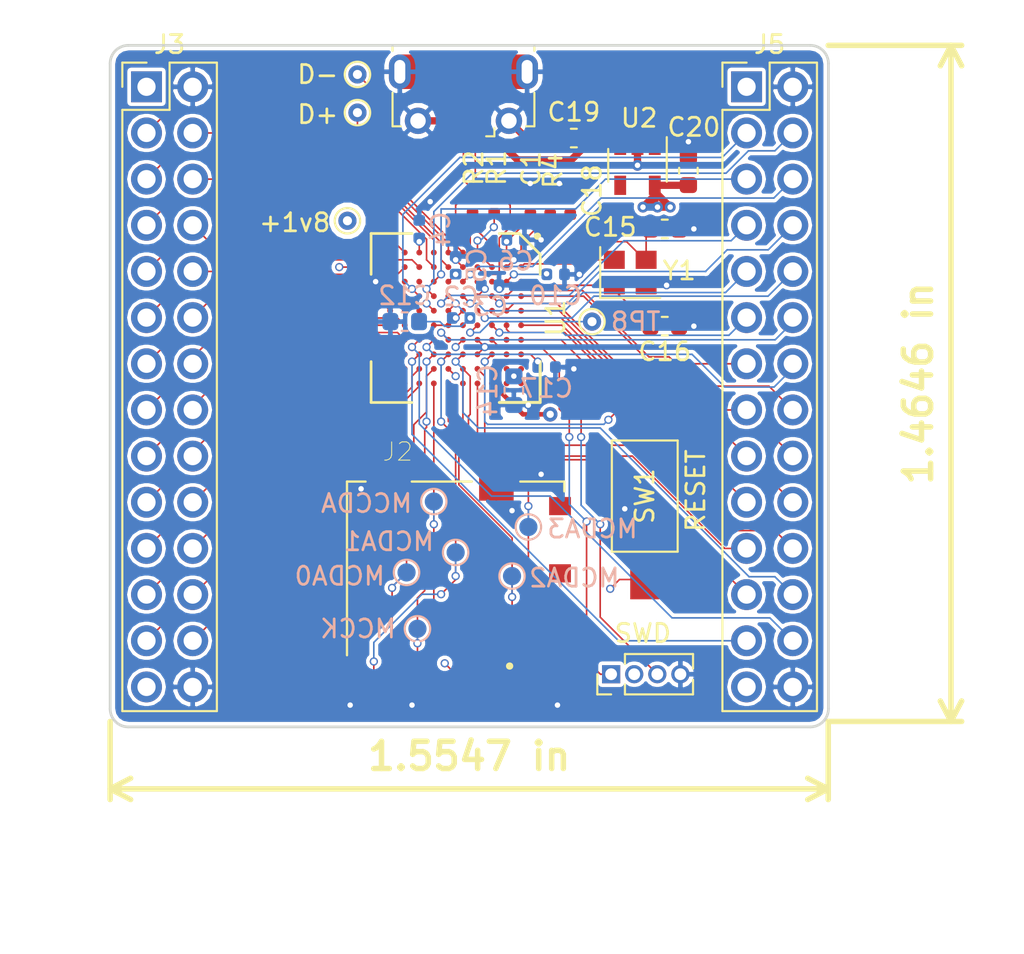
<source format=kicad_pcb>
(kicad_pcb (version 20171130) (host pcbnew 5.0.2-bee76a0~70~ubuntu18.04.1)
  (layers (0 F.Cu signal) (1 In1.Cu power) (2 In2.Cu power) (31 B.Cu mixed) (34 B.Paste user) (35 F.Paste user) (36 B.SilkS user) (37 F.SilkS user) (38 B.Mask user) (39 F.Mask user) (44 Edge.Cuts user))
  (net 0 "")
  (net 1 "Net-(U1-PadJ3)")
  (net 2 "Net-(U1-PadK4)")
  (net 3 "Net-(U1-PadB8)")
  (net 4 "Net-(U1-PadB9)")
  (net 5 "Net-(U1-PadA10)")
  (net 6 "Net-(U1-PadB10)")
  (net 7 +1V8)
  (net 8 GND)
  (net 9 +3V3)
  (net 10 /USB_D_P)
  (net 11 /USB_D_M)
  (net 12 /ERASE)
  (net 13 /SWCLK)
  (net 14 /SWDIO)
  (net 15 /PA29)
  (net 16 /PB1)
  (net 17 /PB11)
  (net 18 /PB6)
  (net 19 /PB7)
  (net 20 /PB12)
  (net 21 /PB2)
  (net 22 /PB5)
  (net 23 /PB8)
  (net 24 /PA28)
  (net 25 /PB0)
  (net 26 /PB17)
  (net 27 /PB10)
  (net 28 /PB14)
  (net 29 /PB9)
  (net 30 /PA31)
  (net 31 /PB13)
  (net 32 /PA22)
  (net 33 /PA30)
  (net 34 /PB21)
  (net 35 /PB18)
  (net 36 /PB19)
  (net 37 /PB20)
  (net 38 /PB3)
  (net 39 /PB4)
  (net 40 /PB23)
  (net 41 /PB24)
  (net 42 /PB22)
  (net 43 /PA16)
  (net 44 /PA14)
  (net 45 /PB16)
  (net 46 /PB15)
  (net 47 /PA18)
  (net 48 /PA19)
  (net 49 /PA17)
  (net 50 /PA10)
  (net 51 /PA24)
  (net 52 /PA21)
  (net 53 /PA20)
  (net 54 "Net-(U1-PadC9)")
  (net 55 /PA11)
  (net 56 /PA9)
  (net 57 /PA1)
  (net 58 /PA26)
  (net 59 /PA23)
  (net 60 /PA12)
  (net 61 /PA2)
  (net 62 /PA0)
  (net 63 /PA25)
  (net 64 VBUS)
  (net 65 "Net-(U2-Pad4)")
  (net 66 "Net-(J1-Pad4)")
  (net 67 /~RSTB~)
  (net 68 /VBG)
  (net 69 /DFSDP)
  (net 70 /DFSDM)
  (net 71 /XIN)
  (net 72 /XOUT)
  (net 73 "Net-(J2-Pad10)")
  (net 74 "Net-(J2-Pad9)")
  (net 75 /MCDA1)
  (net 76 /MCDA0)
  (net 77 /MCCK)
  (net 78 /MCCDA)
  (net 79 /MCDA3)
  (net 80 /MCDA2)
  (net 81 "Net-(U1-PadH5)")
  (net 82 "Net-(U1-PadH3)")
  (net 83 "Net-(U1-PadH6)")
  (net 84 "Net-(U1-PadB7)")
  (module TestPoint:TestPoint_Pad_D1.0mm (layer B.Cu) (at 98.1 109.2)
    (fp_text reference TP2 hide)
    (fp_text value MCDA2)
    (pad 1 smd circle (at 0 0) (size 1 1) (layers B.Cu B.Mask) (net 80 /MCDA2))
  )
  (module TestPoint:TestPoint_Pad_D1.0mm (layer B.Cu) (at 99 106.5)
    (fp_text reference TP3 hide)
    (fp_text value MCDA3)
    (pad 1 smd circle (at 0 0) (size 1 1) (layers B.Cu B.Mask) (net 79 /MCDA3))
  )
  (module TestPoint:TestPoint_Pad_D1.0mm (layer B.Cu) (at 93.8 105.1)
    (fp_text reference TP4 hide)
    (fp_text value MCCDA)
    (pad 1 smd circle (at 0 0) (size 1 1) (layers B.Cu B.Mask) (net 78 /MCCDA))
  )
  (module TestPoint:TestPoint_Pad_D1.0mm (layer B.Cu) (at 92.9 112.1)
    (fp_text reference TP5 hide)
    (fp_text value MCCK)
    (pad 1 smd circle (at 0 0) (size 1 1) (layers B.Cu B.Mask) (net 77 /MCCK))
  )
  (module TestPoint:TestPoint_Pad_D1.0mm (layer B.Cu) (at 92.3 109)
    (fp_text reference TP6 hide)
    (fp_text value MCDA0)
    (pad 1 smd circle (at 0 0) (size 1 1) (layers B.Cu B.Mask) (net 76 /MCDA0))
  )
  (module TestPoint:TestPoint_Pad_D1.0mm (layer B.Cu) (at 95 107.9)
    (fp_text reference TP7 hide)
    (fp_text value MCDA1)
    (pad 1 smd circle (at 0 0) (size 1 1) (layers B.Cu B.Mask) (net 75 /MCDA1))
  )
  (module Button_Switch_SMD:SW_SPST_FSMSM (layer F.Cu) (at 105.4 104.8 270)
    (fp_text reference SW1 (at 0 0 270) (layer F.SilkS))
    (fp_text value SW_SPST)
    (pad 1 smd rect (at -4.59 0 270) (size 2.18 1.6) (layers F.Cu F.Paste F.Mask) (net 67 /~RSTB~))
    (pad 2 smd rect (at 4.59 0 270) (size 2.18 1.6) (layers F.Cu F.Paste F.Mask) (net 9 +3V3))
  )
  (module TestPoint:TestPoint_THTPad_D1.0mm_Drill0.5mm (layer F.Cu) (at 89.6 81.6)
    (fp_text reference TP10 hide)
    (fp_text value TestPoint)
    (pad 1 thru_hole circle (at 0 0) (size 1 1) (drill 0.5) (layers *.Cu *.Mask) (net 11 /USB_D_M))
  )
  (module TestPoint:TestPoint_THTPad_D1.0mm_Drill0.5mm (layer F.Cu) (at 89.6 83.7)
    (fp_text reference TP9 hide)
    (fp_text value TestPoint)
    (pad 1 thru_hole circle (at 0 0) (size 1 1) (drill 0.5) (layers *.Cu *.Mask) (net 10 /USB_D_P))
  )
  (module TestPoint:TestPoint_THTPad_D1.0mm_Drill0.5mm (layer F.Cu) (at 102.5 95.2)
    (fp_text reference TP8 (at 2.4 0) (layer B.SilkS) (effects (justify mirror)))
    (fp_text value ERASE)
    (pad 1 thru_hole circle (at 0 0) (size 1 1) (drill 0.5) (layers *.Cu *.Mask) (net 12 /ERASE))
  )
  (module TestPoint:TestPoint_THTPad_D1.0mm_Drill0.5mm (layer F.Cu) (at 89.05 89.65)
    (fp_text reference TP1 hide)
    (fp_text value TestPoint)
    (pad 1 thru_hole circle (at 0 0) (size 1 1) (drill 0.5) (layers *.Cu *.Mask) (net 7 +1V8) (clearance 0.5))
  )
  (module Crystal:Crystal_SMD_2520-4Pin_2.5x2.0mm (layer F.Cu) (at 104.6 92.5)
    (fp_text reference Y1 (at 2.7 -0.1) (layer F.SilkS))
    (fp_text value 12Mhz)
    (pad 1 smd rect (at -0.875 0.7) (size 1.15 1) (layers F.Cu F.Paste F.Mask) (net 72 /XOUT))
    (pad 2 smd rect (at 0.875 0.7) (size 1.15 1) (layers F.Cu F.Paste F.Mask) (net 8 GND))
    (pad 3 smd rect (at 0.875 -0.7) (size 1.15 1) (layers F.Cu F.Paste F.Mask) (net 71 /XIN))
    (pad 4 smd rect (at -0.875 -0.7) (size 1.15 1) (layers F.Cu F.Paste F.Mask) (net 8 GND))
  )
  (module Capacitor_SMD:C_0603_1608Metric (layer F.Cu) (at 106.5 90.1)
    (fp_text reference C15 (at -3 -0.1) (layer F.SilkS))
    (fp_text value 12pF)
    (pad 2 smd roundrect (at 0.7875 0) (size 0.875 0.95) (layers F.Cu F.Paste F.Mask) (net 8 GND))
    (pad 1 smd roundrect (at -0.7875 0) (size 0.875 0.95) (layers F.Cu F.Paste F.Mask) (net 71 /XIN))
  )
  (module Capacitor_SMD:C_0603_1608Metric (layer F.Cu) (at 106.5 95.45)
    (fp_text reference C16 (at 0 1.4) (layer F.SilkS))
    (fp_text value 12pF)
    (pad 1 smd roundrect (at -0.7875 0) (size 0.875 0.95) (layers F.Cu F.Paste F.Mask) (net 72 /XOUT))
    (pad 2 smd roundrect (at 0.7875 0) (size 0.875 0.95) (layers F.Cu F.Paste F.Mask) (net 8 GND))
  )
  (module Resistor_SMD:R_0402_1005Metric (layer F.Cu) (at 97.12 88.76 90)
    (fp_text reference R1 (at 2.01 0.13 90) (layer F.SilkS))
    (fp_text value "39R 5%")
    (pad 2 smd roundrect (at 0.485 0 90) (size 0.59 0.64) (layers F.Cu F.Paste F.Mask) (net 11 /USB_D_M))
    (pad 1 smd roundrect (at -0.485 0 90) (size 0.59 0.64) (layers F.Cu F.Paste F.Mask) (net 70 /DFSDM))
  )
  (module Resistor_SMD:R_0402_1005Metric (layer F.Cu) (at 95.93 88.79 90)
    (fp_text reference R2 (at 2.04 0.07 90) (layer F.SilkS))
    (fp_text value "39R 5%")
    (pad 1 smd roundrect (at -0.485 0 90) (size 0.59 0.64) (layers F.Cu F.Paste F.Mask) (net 69 /DFSDP))
    (pad 2 smd roundrect (at 0.485 0 90) (size 0.59 0.64) (layers F.Cu F.Paste F.Mask) (net 10 /USB_D_P))
  )
  (module Connector_PinHeader_2.54mm:PinHeader_2x14_P2.54mm_Vertical (layer F.Cu) (at 78 82.28)
    (fp_text reference J3 (at 1.27 -2.33) (layer F.SilkS))
    (fp_text value Conn_02x14_Odd_Even)
    (pad 28 thru_hole oval (at 2.54 33.02) (size 1.7 1.7) (drill 1) (layers *.Cu *.Mask) (net 8 GND))
    (pad 27 thru_hole oval (at 0 33.02) (size 1.7 1.7) (drill 1) (layers *.Cu *.Mask) (net 9 +3V3))
    (pad 26 thru_hole oval (at 2.54 30.48) (size 1.7 1.7) (drill 1) (layers *.Cu *.Mask) (net 61 /PA2))
    (pad 25 thru_hole oval (at 0 30.48) (size 1.7 1.7) (drill 1) (layers *.Cu *.Mask) (net 57 /PA1))
    (pad 24 thru_hole oval (at 2.54 27.94) (size 1.7 1.7) (drill 1) (layers *.Cu *.Mask) (net 62 /PA0))
    (pad 23 thru_hole oval (at 0 27.94) (size 1.7 1.7) (drill 1) (layers *.Cu *.Mask) (net 63 /PA25))
    (pad 22 thru_hole oval (at 2.54 25.4) (size 1.7 1.7) (drill 1) (layers *.Cu *.Mask) (net 58 /PA26))
    (pad 21 thru_hole oval (at 0 25.4) (size 1.7 1.7) (drill 1) (layers *.Cu *.Mask) (net 59 /PA23))
    (pad 20 thru_hole oval (at 2.54 22.86) (size 1.7 1.7) (drill 1) (layers *.Cu *.Mask) (net 52 /PA21))
    (pad 19 thru_hole oval (at 0 22.86) (size 1.7 1.7) (drill 1) (layers *.Cu *.Mask) (net 53 /PA20))
    (pad 18 thru_hole oval (at 2.54 20.32) (size 1.7 1.7) (drill 1) (layers *.Cu *.Mask) (net 49 /PA17))
    (pad 17 thru_hole oval (at 0 20.32) (size 1.7 1.7) (drill 1) (layers *.Cu *.Mask) (net 48 /PA19))
    (pad 16 thru_hole oval (at 2.54 17.78) (size 1.7 1.7) (drill 1) (layers *.Cu *.Mask) (net 44 /PA14))
    (pad 15 thru_hole oval (at 0 17.78) (size 1.7 1.7) (drill 1) (layers *.Cu *.Mask) (net 43 /PA16))
    (pad 14 thru_hole oval (at 2.54 15.24) (size 1.7 1.7) (drill 1) (layers *.Cu *.Mask) (net 39 /PB4))
    (pad 13 thru_hole oval (at 0 15.24) (size 1.7 1.7) (drill 1) (layers *.Cu *.Mask) (net 38 /PB3))
    (pad 12 thru_hole oval (at 2.54 12.7) (size 1.7 1.7) (drill 1) (layers *.Cu *.Mask) (net 33 /PA30))
    (pad 11 thru_hole oval (at 0 12.7) (size 1.7 1.7) (drill 1) (layers *.Cu *.Mask) (net 23 /PB8))
    (pad 10 thru_hole oval (at 2.54 10.16) (size 1.7 1.7) (drill 1) (layers *.Cu *.Mask) (net 22 /PB5))
    (pad 9 thru_hole oval (at 0 10.16) (size 1.7 1.7) (drill 1) (layers *.Cu *.Mask) (net 19 /PB7))
    (pad 8 thru_hole oval (at 2.54 7.62) (size 1.7 1.7) (drill 1) (layers *.Cu *.Mask) (net 18 /PB6))
    (pad 7 thru_hole oval (at 0 7.62) (size 1.7 1.7) (drill 1) (layers *.Cu *.Mask) (net 21 /PB2))
    (pad 6 thru_hole oval (at 2.54 5.08) (size 1.7 1.7) (drill 1) (layers *.Cu *.Mask) (net 17 /PB11))
    (pad 5 thru_hole oval (at 0 5.08) (size 1.7 1.7) (drill 1) (layers *.Cu *.Mask) (net 20 /PB12))
    (pad 4 thru_hole oval (at 2.54 2.54) (size 1.7 1.7) (drill 1) (layers *.Cu *.Mask) (net 16 /PB1))
    (pad 3 thru_hole oval (at 0 2.54) (size 1.7 1.7) (drill 1) (layers *.Cu *.Mask) (net 15 /PA29))
    (pad 2 thru_hole oval (at 2.54 0) (size 1.7 1.7) (drill 1) (layers *.Cu *.Mask) (net 8 GND))
    (pad 1 thru_hole rect (at 0 0) (size 1.7 1.7) (drill 1) (layers *.Cu *.Mask) (net 9 +3V3))
  )
  (module Connector_PinHeader_2.54mm:PinHeader_2x14_P2.54mm_Vertical (layer F.Cu) (at 111 82.28)
    (fp_text reference J5 (at 1.27 -2.33) (layer F.SilkS))
    (fp_text value Conn_02x14_Odd_Even)
    (pad 1 thru_hole rect (at 0 0) (size 1.7 1.7) (drill 1) (layers *.Cu *.Mask) (net 9 +3V3))
    (pad 2 thru_hole oval (at 2.54 0) (size 1.7 1.7) (drill 1) (layers *.Cu *.Mask) (net 8 GND))
    (pad 3 thru_hole oval (at 0 2.54) (size 1.7 1.7) (drill 1) (layers *.Cu *.Mask) (net 32 /PA22))
    (pad 4 thru_hole oval (at 2.54 2.54) (size 1.7 1.7) (drill 1) (layers *.Cu *.Mask) (net 31 /PB13))
    (pad 5 thru_hole oval (at 0 5.08) (size 1.7 1.7) (drill 1) (layers *.Cu *.Mask) (net 25 /PB0))
    (pad 6 thru_hole oval (at 2.54 5.08) (size 1.7 1.7) (drill 1) (layers *.Cu *.Mask) (net 24 /PA28))
    (pad 7 thru_hole oval (at 0 7.62) (size 1.7 1.7) (drill 1) (layers *.Cu *.Mask) (net 30 /PA31))
    (pad 8 thru_hole oval (at 2.54 7.62) (size 1.7 1.7) (drill 1) (layers *.Cu *.Mask) (net 28 /PB14))
    (pad 9 thru_hole oval (at 0 10.16) (size 1.7 1.7) (drill 1) (layers *.Cu *.Mask) (net 29 /PB9))
    (pad 10 thru_hole oval (at 2.54 10.16) (size 1.7 1.7) (drill 1) (layers *.Cu *.Mask) (net 37 /PB20))
    (pad 11 thru_hole oval (at 0 12.7) (size 1.7 1.7) (drill 1) (layers *.Cu *.Mask) (net 42 /PB22))
    (pad 12 thru_hole oval (at 2.54 12.7) (size 1.7 1.7) (drill 1) (layers *.Cu *.Mask) (net 45 /PB16))
    (pad 13 thru_hole oval (at 0 15.24) (size 1.7 1.7) (drill 1) (layers *.Cu *.Mask) (net 27 /PB10))
    (pad 14 thru_hole oval (at 2.54 15.24) (size 1.7 1.7) (drill 1) (layers *.Cu *.Mask) (net 46 /PB15))
    (pad 15 thru_hole oval (at 0 17.78) (size 1.7 1.7) (drill 1) (layers *.Cu *.Mask) (net 35 /PB18))
    (pad 16 thru_hole oval (at 2.54 17.78) (size 1.7 1.7) (drill 1) (layers *.Cu *.Mask) (net 26 /PB17))
    (pad 17 thru_hole oval (at 0 20.32) (size 1.7 1.7) (drill 1) (layers *.Cu *.Mask) (net 36 /PB19))
    (pad 18 thru_hole oval (at 2.54 20.32) (size 1.7 1.7) (drill 1) (layers *.Cu *.Mask) (net 34 /PB21))
    (pad 19 thru_hole oval (at 0 22.86) (size 1.7 1.7) (drill 1) (layers *.Cu *.Mask) (net 41 /PB24))
    (pad 20 thru_hole oval (at 2.54 22.86) (size 1.7 1.7) (drill 1) (layers *.Cu *.Mask) (net 40 /PB23))
    (pad 21 thru_hole oval (at 0 25.4) (size 1.7 1.7) (drill 1) (layers *.Cu *.Mask) (net 60 /PA12))
    (pad 22 thru_hole oval (at 2.54 25.4) (size 1.7 1.7) (drill 1) (layers *.Cu *.Mask) (net 55 /PA11))
    (pad 23 thru_hole oval (at 0 27.94) (size 1.7 1.7) (drill 1) (layers *.Cu *.Mask) (net 56 /PA9))
    (pad 24 thru_hole oval (at 2.54 27.94) (size 1.7 1.7) (drill 1) (layers *.Cu *.Mask) (net 50 /PA10))
    (pad 25 thru_hole oval (at 0 30.48) (size 1.7 1.7) (drill 1) (layers *.Cu *.Mask) (net 51 /PA24))
    (pad 26 thru_hole oval (at 2.54 30.48) (size 1.7 1.7) (drill 1) (layers *.Cu *.Mask) (net 47 /PA18))
    (pad 27 thru_hole oval (at 0 33.02) (size 1.7 1.7) (drill 1) (layers *.Cu *.Mask) (net 9 +3V3))
    (pad 28 thru_hole oval (at 2.54 33.02) (size 1.7 1.7) (drill 1) (layers *.Cu *.Mask) (net 8 GND))
  )
  (module Molex_SDCARD:MOLEX_104031-0811 (layer F.Cu) (at 95 110)
    (fp_text reference J2 (at -3.18425 -7.64225) (layer F.SilkS) (effects (font (size 1.00293 1.00293) (thickness 0.05))))
    (fp_text value Micro_SD_Card_Det hide)
    (pad 8 smd rect (at -4.545 5.2) (size 0.75 1.1) (layers F.Cu F.Paste F.Mask) (net 75 /MCDA1))
    (pad 7 smd rect (at -3.495 5.2) (size 0.85 1.1) (layers F.Cu F.Paste F.Mask) (net 76 /MCDA0))
    (pad 6 smd rect (at -2.395 5.2) (size 0.85 1.1) (layers F.Cu F.Paste F.Mask) (net 8 GND))
    (pad 5 smd rect (at -1.295 5.2) (size 0.85 1.1) (layers F.Cu F.Paste F.Mask) (net 77 /MCCK))
    (pad 4 smd rect (at -0.195 5.2) (size 0.85 1.1) (layers F.Cu F.Paste F.Mask) (net 9 +3V3))
    (pad 3 smd rect (at 0.905 5.2) (size 0.85 1.1) (layers F.Cu F.Paste F.Mask) (net 78 /MCCDA))
    (pad 2 smd rect (at 2.005 5.2) (size 0.875 1.1) (layers F.Cu F.Paste F.Mask) (net 79 /MCDA3))
    (pad 1 smd rect (at 3.105 5.2) (size 0.85 1.1) (layers F.Cu F.Paste F.Mask) (net 80 /MCDA2))
    (pad 9 smd rect (at 5.74 -0.95) (size 1.2 1) (layers F.Cu F.Paste F.Mask) (net 74 "Net-(J2-Pad9)"))
    (pad 10 smd rect (at 5.74 -4.65) (size 1.2 1) (layers F.Cu F.Paste F.Mask) (net 73 "Net-(J2-Pad10)"))
    (pad 11 smd rect (at -3.73 -5.625) (size 1.9 1.35) (layers F.Cu F.Paste F.Mask) (net 8 GND))
    (pad 11 smd rect (at 2.24 -5.625) (size 1.9 1.35) (layers F.Cu F.Paste F.Mask) (net 8 GND))
    (pad 11 smd rect (at -5.755 4.85) (size 1.17 1.8) (layers F.Cu F.Paste F.Mask) (net 8 GND))
    (pad 11 smd rect (at 5.565 5.075) (size 1.55 1.35) (layers F.Cu F.Paste F.Mask) (net 8 GND))
  )
  (module Capacitor_SMD:C_0402_1005Metric (layer F.Cu) (at 101.3 88.82 270)
    (fp_text reference C18 (at -0.82 -1.2 270) (layer F.SilkS))
    (fp_text value 10pF)
    (pad 2 smd roundrect (at 0.485 0 270) (size 0.59 0.64) (layers F.Cu F.Paste F.Mask) (net 68 /VBG))
    (pad 1 smd roundrect (at -0.485 0 270) (size 0.59 0.64) (layers F.Cu F.Paste F.Mask) (net 8 GND))
  )
  (module Capacitor_SMD:C_0402_1005Metric (layer B.Cu) (at 100 97.7)
    (fp_text reference C17 (at 0 1.17) (layer B.SilkS) (effects (justify mirror)))
    (fp_text value 100nF)
    (pad 1 smd roundrect (at -0.485 0) (size 0.59 0.64) (layers B.Cu B.Paste B.Mask) (net 9 +3V3))
    (pad 2 smd roundrect (at 0.485 0) (size 0.59 0.64) (layers B.Cu B.Paste B.Mask) (net 8 GND))
  )
  (module Resistor_SMD:R_0402_1005Metric (layer F.Cu) (at 100.2 88.82 90)
    (fp_text reference R4 (at 1.92 0.15 90) (layer F.SilkS))
    (fp_text value "6k8 1%")
    (pad 1 smd roundrect (at -0.485 0 90) (size 0.59 0.64) (layers F.Cu F.Paste F.Mask) (net 68 /VBG))
    (pad 2 smd roundrect (at 0.485 0 90) (size 0.59 0.64) (layers F.Cu F.Paste F.Mask) (net 8 GND))
  )
  (module Capacitor_SMD:C_0402_1005Metric (layer F.Cu) (at 99.11 88.81 90)
    (fp_text reference C1 (at 2.01 0.04 90) (layer F.SilkS))
    (fp_text value 100nF)
    (pad 2 smd roundrect (at 0.485 0 90) (size 0.59 0.64) (layers F.Cu F.Paste F.Mask) (net 8 GND))
    (pad 1 smd roundrect (at -0.485 0 90) (size 0.59 0.64) (layers F.Cu F.Paste F.Mask) (net 7 +1V8))
  )
  (module Capacitor_SMD:C_0402_1005Metric (layer B.Cu) (at 100.5 92.6)
    (fp_text reference C10 (at 0 1.17) (layer B.SilkS) (effects (justify mirror)))
    (fp_text value 100nF)
    (pad 1 smd roundrect (at -0.485 0) (size 0.59 0.64) (layers B.Cu B.Paste B.Mask) (net 9 +3V3))
    (pad 2 smd roundrect (at 0.485 0) (size 0.59 0.64) (layers B.Cu B.Paste B.Mask) (net 8 GND))
  )
  (module Capacitor_SMD:C_0402_1005Metric (layer B.Cu) (at 98.3 90.7)
    (fp_text reference C6 (at 0 1.17) (layer B.SilkS) (effects (justify mirror)))
    (fp_text value 100nF)
    (pad 2 smd roundrect (at 0.485 0) (size 0.59 0.64) (layers B.Cu B.Paste B.Mask) (net 8 GND))
    (pad 1 smd roundrect (at -0.485 0) (size 0.59 0.64) (layers B.Cu B.Paste B.Mask) (net 7 +1V8))
  )
  (module Capacitor_SMD:C_0402_1005Metric (layer B.Cu) (at 95 92.1 90)
    (fp_text reference C5 (at 0 1.17 90) (layer B.SilkS) (effects (justify mirror)))
    (fp_text value 100nF)
    (pad 1 smd roundrect (at -0.485 0 90) (size 0.59 0.64) (layers B.Cu B.Paste B.Mask) (net 9 +3V3))
    (pad 2 smd roundrect (at 0.485 0 90) (size 0.59 0.64) (layers B.Cu B.Paste B.Mask) (net 8 GND))
  )
  (module Capacitor_SMD:C_0402_1005Metric (layer B.Cu) (at 93 90.115 90)
    (fp_text reference C4 (at -0.01 1.18 90) (layer B.SilkS) (effects (justify mirror)))
    (fp_text value 100nF)
    (pad 2 smd roundrect (at 0.485 0 90) (size 0.59 0.64) (layers B.Cu B.Paste B.Mask) (net 8 GND))
    (pad 1 smd roundrect (at -0.485 0 90) (size 0.59 0.64) (layers B.Cu B.Paste B.Mask) (net 7 +1V8))
  )
  (module Capacitor_SMD:C_0402_1005Metric (layer B.Cu) (at 96.9 93.2)
    (fp_text reference C3 (at 0 1.17) (layer B.SilkS) (effects (justify mirror)))
    (fp_text value 100nF)
    (pad 1 smd roundrect (at -0.485 0) (size 0.59 0.64) (layers B.Cu B.Paste B.Mask) (net 7 +1V8))
    (pad 2 smd roundrect (at 0.485 0) (size 0.59 0.64) (layers B.Cu B.Paste B.Mask) (net 8 GND))
  )
  (module Capacitor_SMD:C_0402_1005Metric (layer B.Cu) (at 95.3 95 180)
    (fp_text reference C2 (at 0 1.17 180) (layer B.SilkS) (effects (justify mirror)))
    (fp_text value 100nF)
    (pad 2 smd roundrect (at 0.485 0 180) (size 0.59 0.64) (layers B.Cu B.Paste B.Mask) (net 8 GND))
    (pad 1 smd roundrect (at -0.485 0 180) (size 0.59 0.64) (layers B.Cu B.Paste B.Mask) (net 9 +3V3))
  )
  (module Capacitor_SMD:C_0603_1608Metric (layer F.Cu) (at 107.8 86.9 270)
    (fp_text reference C20 (at -2.4 -0.3) (layer F.SilkS))
    (fp_text value 10uF)
    (pad 1 smd roundrect (at -0.7875 0 270) (size 0.875 0.95) (layers F.Cu F.Paste F.Mask) (net 8 GND))
    (pad 2 smd roundrect (at 0.7875 0 270) (size 0.875 0.95) (layers F.Cu F.Paste F.Mask) (net 9 +3V3))
  )
  (module Capacitor_SMD:C_0603_1608Metric (layer F.Cu) (at 101.5 85.1)
    (fp_text reference C19 (at 0 -1.43) (layer F.SilkS))
    (fp_text value 10uF)
    (pad 2 smd roundrect (at 0.7875 0) (size 0.875 0.95) (layers F.Cu F.Paste F.Mask) (net 64 VBUS))
    (pad 1 smd roundrect (at -0.7875 0) (size 0.875 0.95) (layers F.Cu F.Paste F.Mask) (net 8 GND))
  )
  (module Connector_PinHeader_1.27mm:PinHeader_1x04_P1.27mm_Vertical (layer F.Cu) (at 103.55 114.6 90)
    (fp_text reference J4 hide)
    (fp_text value Conn_01x04)
    (pad 1 thru_hole rect (at 0 0 90) (size 1 1) (drill 0.65) (layers *.Cu *.Mask) (net 14 /SWDIO))
    (pad 2 thru_hole oval (at 0 1.27 90) (size 1 1) (drill 0.65) (layers *.Cu *.Mask) (net 9 +3V3))
    (pad 3 thru_hole oval (at 0 2.54 90) (size 1 1) (drill 0.65) (layers *.Cu *.Mask) (net 13 /SWCLK))
    (pad 4 thru_hole oval (at 0 3.81 90) (size 1 1) (drill 0.65) (layers *.Cu *.Mask) (net 8 GND))
  )
  (module Connector_USB:USB_Micro-B_Molex-105017-0001 (layer F.Cu) (at 95.43 82.69 180)
    (fp_text reference J1 hide)
    (fp_text value USB_B_Micro)
    (pad 6 smd rect (at 1 1.2375 180) (size 1.5 1.9) (layers F.Cu F.Paste F.Mask) (net 8 GND))
    (pad 6 thru_hole circle (at -2.5 -1.4625 180) (size 1.45 1.45) (drill 0.85) (layers *.Cu *.Mask) (net 8 GND) (clearance 0.2))
    (pad 2 smd rect (at -0.65 -1.4625 180) (size 0.4 1.35) (layers F.Cu F.Paste F.Mask) (net 11 /USB_D_M))
    (pad 1 smd rect (at -1.3 -1.4625 180) (size 0.4 1.35) (layers F.Cu F.Paste F.Mask) (net 64 VBUS))
    (pad 5 smd rect (at 1.3 -1.4625 180) (size 0.4 1.35) (layers F.Cu F.Paste F.Mask) (net 8 GND))
    (pad 4 smd rect (at 0.65 -1.4625 180) (size 0.4 1.35) (layers F.Cu F.Paste F.Mask) (net 66 "Net-(J1-Pad4)"))
    (pad 3 smd rect (at 0 -1.4625 180) (size 0.4 1.35) (layers F.Cu F.Paste F.Mask) (net 10 /USB_D_P))
    (pad 6 thru_hole circle (at 2.5 -1.4625 180) (size 1.45 1.45) (drill 0.85) (layers *.Cu *.Mask) (net 8 GND))
    (pad 6 smd rect (at -1 1.2375 180) (size 1.5 1.9) (layers F.Cu F.Paste F.Mask) (net 8 GND))
    (pad 6 thru_hole oval (at -3.5 1.2375) (size 1.2 1.9) (drill oval 0.6 1.3) (layers *.Cu *.Mask) (net 8 GND))
    (pad 6 thru_hole oval (at 3.5 1.2375 180) (size 1.2 1.9) (drill oval 0.6 1.3) (layers *.Cu *.Mask) (net 8 GND))
    (pad 6 smd rect (at 2.9 1.2375 180) (size 1.2 1.9) (layers F.Cu F.Mask) (net 8 GND))
    (pad 6 smd rect (at -2.9 1.2375 180) (size 1.2 1.9) (layers F.Cu F.Mask) (net 8 GND))
  )
  (module Package_TO_SOT_SMD:SOT-23-5 (layer F.Cu) (at 105 86.6 270)
    (fp_text reference U2 (at -2.6 -0.09 180) (layer F.SilkS))
    (fp_text value MIC5219-3.3)
    (pad 1 smd rect (at -1.1 -0.95 270) (size 1.06 0.65) (layers F.Cu F.Paste F.Mask) (net 64 VBUS))
    (pad 2 smd rect (at -1.1 0 270) (size 1.06 0.65) (layers F.Cu F.Paste F.Mask) (net 8 GND))
    (pad 3 smd rect (at -1.1 0.95 270) (size 1.06 0.65) (layers F.Cu F.Paste F.Mask) (net 64 VBUS))
    (pad 4 smd rect (at 1.1 0.95 270) (size 1.06 0.65) (layers F.Cu F.Paste F.Mask) (net 65 "Net-(U2-Pad4)"))
    (pad 5 smd rect (at 1.1 -0.95 270) (size 1.06 0.65) (layers F.Cu F.Paste F.Mask) (net 9 +3V3))
  )
  (module Capacitor_SMD:C_0603_1608Metric (layer B.Cu) (at 92.2 95.2 180)
    (fp_text reference C12 (at 0 1.43 180) (layer B.SilkS) (effects (justify mirror)))
    (fp_text value 4.7uF)
    (pad 1 smd roundrect (at -0.7875 0 180) (size 0.875 0.95) (layers B.Cu B.Paste B.Mask) (net 9 +3V3))
    (pad 2 smd roundrect (at 0.7875 0 180) (size 0.875 0.95) (layers B.Cu B.Paste B.Mask) (net 8 GND))
  )
  (module Capacitor_SMD:C_0603_1608Metric (layer B.Cu) (at 98.2 99 270)
    (fp_text reference C14 (at 0 1.43 270) (layer B.SilkS) (effects (justify mirror)))
    (fp_text value 10uF)
    (pad 1 smd roundrect (at -0.7875 0 270) (size 0.875 0.95) (layers B.Cu B.Paste B.Mask) (net 7 +1V8))
    (pad 2 smd roundrect (at 0.7875 0 270) (size 0.875 0.95) (layers B.Cu B.Paste B.Mask) (net 8 GND))
  )
  (module BGA_Extra:BGA-100_10x10_9.0x9.0mm_Pitch_0.8mm_NSMD (layer F.Cu) (at 95 95 270)
    (fp_text reference U1 (at 0 -5.5 270) (layer F.SilkS))
    (fp_text value ATSAM3U4C)
    (pad A1 smd circle (at -3.6 -3.6 270) (size 0.32 0.32) (layers F.Cu F.Paste F.Mask) (net 68 /VBG))
    (pad B1 smd circle (at -3.6 -2.8 270) (size 0.32 0.32) (layers F.Cu F.Paste F.Mask) (net 7 +1V8))
    (pad C1 smd circle (at -3.6 -2 270) (size 0.32 0.32) (layers F.Cu F.Paste F.Mask) (net 69 /DFSDP))
    (pad D1 smd circle (at -3.6 -1.2 270) (size 0.32 0.32) (layers F.Cu F.Paste F.Mask) (net 70 /DFSDM))
    (pad E1 smd circle (at -3.6 -0.4 270) (size 0.32 0.32) (layers F.Cu F.Paste F.Mask) (net 15 /PA29))
    (pad F1 smd circle (at -3.6 0.4 270) (size 0.32 0.32) (layers F.Cu F.Paste F.Mask) (net 16 /PB1))
    (pad G1 smd circle (at -3.6 1.2 270) (size 0.32 0.32) (layers F.Cu F.Paste F.Mask) (net 17 /PB11))
    (pad H1 smd circle (at -3.6 2 270) (size 0.32 0.32) (layers F.Cu F.Paste F.Mask) (net 7 +1V8))
    (pad J1 smd circle (at -3.6 2.8 270) (size 0.32 0.32) (layers F.Cu F.Paste F.Mask) (net 18 /PB6))
    (pad K1 smd circle (at -3.6 3.6 270) (size 0.32 0.32) (layers F.Cu F.Paste F.Mask) (net 19 /PB7))
    (pad A2 smd circle (at -2.8 -3.6 270) (size 0.32 0.32) (layers F.Cu F.Paste F.Mask) (net 71 /XIN))
    (pad B2 smd circle (at -2.8 -2.8 270) (size 0.32 0.32) (layers F.Cu F.Paste F.Mask) (net 8 GND))
    (pad C2 smd circle (at -2.8 -2 270) (size 0.32 0.32) (layers F.Cu F.Paste F.Mask) (net 10 /USB_D_P))
    (pad D2 smd circle (at -2.8 -1.2 270) (size 0.32 0.32) (layers F.Cu F.Paste F.Mask) (net 11 /USB_D_M))
    (pad E2 smd circle (at -2.8 -0.4 270) (size 0.32 0.32) (layers F.Cu F.Paste F.Mask) (net 8 GND))
    (pad F2 smd circle (at -2.8 0.4 270) (size 0.32 0.32) (layers F.Cu F.Paste F.Mask) (net 20 /PB12))
    (pad G2 smd circle (at -2.8 1.2 270) (size 0.32 0.32) (layers F.Cu F.Paste F.Mask) (net 21 /PB2))
    (pad H2 smd circle (at -2.8 2 270) (size 0.32 0.32) (layers F.Cu F.Paste F.Mask) (net 22 /PB5))
    (pad J2 smd circle (at -2.8 2.8 270) (size 0.32 0.32) (layers F.Cu F.Paste F.Mask) (net 23 /PB8))
    (pad K2 smd circle (at -2.8 3.6 270) (size 0.32 0.32) (layers F.Cu F.Paste F.Mask) (net 9 +3V3))
    (pad A3 smd circle (at -2 -3.6 270) (size 0.32 0.32) (layers F.Cu F.Paste F.Mask) (net 72 /XOUT))
    (pad B3 smd circle (at -2 -2.8 270) (size 0.32 0.32) (layers F.Cu F.Paste F.Mask) (net 9 +3V3))
    (pad C3 smd circle (at -2 -2 270) (size 0.32 0.32) (layers F.Cu F.Paste F.Mask) (net 8 GND))
    (pad D3 smd circle (at -2 -1.2 270) (size 0.32 0.32) (layers F.Cu F.Paste F.Mask) (net 7 +1V8))
    (pad E3 smd circle (at -2 -0.4 270) (size 0.32 0.32) (layers F.Cu F.Paste F.Mask) (net 24 /PA28))
    (pad F3 smd circle (at -2 0.4 270) (size 0.32 0.32) (layers F.Cu F.Paste F.Mask) (net 9 +3V3))
    (pad G3 smd circle (at -2 1.2 270) (size 0.32 0.32) (layers F.Cu F.Paste F.Mask) (net 25 /PB0))
    (pad H3 smd circle (at -2 2 270) (size 0.32 0.32) (layers F.Cu F.Paste F.Mask) (net 82 "Net-(U1-PadH3)"))
    (pad J3 smd circle (at -2 2.8 270) (size 0.32 0.32) (layers F.Cu F.Paste F.Mask) (net 1 "Net-(U1-PadJ3)"))
    (pad K3 smd circle (at -2 3.6 270) (size 0.32 0.32) (layers F.Cu F.Paste F.Mask) (net 8 GND))
    (pad A4 smd circle (at -1.2 -3.6 270) (size 0.32 0.32) (layers F.Cu F.Paste F.Mask) (net 26 /PB17))
    (pad B4 smd circle (at -1.2 -2.8 270) (size 0.32 0.32) (layers F.Cu F.Paste F.Mask) (net 27 /PB10))
    (pad C4 smd circle (at -1.2 -2 270) (size 0.32 0.32) (layers F.Cu F.Paste F.Mask) (net 28 /PB14))
    (pad D4 smd circle (at -1.2 -1.2 270) (size 0.32 0.32) (layers F.Cu F.Paste F.Mask) (net 7 +1V8))
    (pad E4 smd circle (at -1.2 -0.4 270) (size 0.32 0.32) (layers F.Cu F.Paste F.Mask) (net 29 /PB9))
    (pad F4 smd circle (at -1.2 0.4 270) (size 0.32 0.32) (layers F.Cu F.Paste F.Mask) (net 30 /PA31))
    (pad G4 smd circle (at -1.2 1.2 270) (size 0.32 0.32) (layers F.Cu F.Paste F.Mask) (net 31 /PB13))
    (pad H4 smd circle (at -1.2 2 270) (size 0.32 0.32) (layers F.Cu F.Paste F.Mask) (net 32 /PA22))
    (pad J4 smd circle (at -1.2 2.8 270) (size 0.32 0.32) (layers F.Cu F.Paste F.Mask) (net 33 /PA30))
    (pad K4 smd circle (at -1.2 3.6 270) (size 0.35 0.35) (layers F.Cu F.Paste F.Mask) (net 2 "Net-(U1-PadK4)"))
    (pad A5 smd circle (at -0.4 -3.6 270) (size 0.32 0.32) (layers F.Cu F.Paste F.Mask) (net 34 /PB21))
    (pad B5 smd circle (at -0.4 -2.8 270) (size 0.32 0.32) (layers F.Cu F.Paste F.Mask) (net 35 /PB18))
    (pad C5 smd circle (at -0.4 -2 270) (size 0.32 0.32) (layers F.Cu F.Paste F.Mask) (net 36 /PB19))
    (pad D5 smd circle (at -0.4 -1.2 270) (size 0.32 0.32) (layers F.Cu F.Paste F.Mask) (net 37 /PB20))
    (pad E5 smd circle (at -0.4 -0.4 270) (size 0.32 0.32) (layers F.Cu F.Paste F.Mask) (net 8 GND))
    (pad F5 smd circle (at -0.4 0.4 270) (size 0.32 0.32) (layers F.Cu F.Paste F.Mask) (net 9 +3V3))
    (pad G5 smd circle (at -0.4 1.2 270) (size 0.32 0.32) (layers F.Cu F.Paste F.Mask) (net 7 +1V8))
    (pad H5 smd circle (at -0.4 2 270) (size 0.32 0.32) (layers F.Cu F.Paste F.Mask) (net 81 "Net-(U1-PadH5)"))
    (pad J5 smd circle (at -0.4 2.8 270) (size 0.32 0.32) (layers F.Cu F.Paste F.Mask) (net 38 /PB3))
    (pad K5 smd circle (at -0.4 3.6 270) (size 0.32 0.32) (layers F.Cu F.Paste F.Mask) (net 39 /PB4))
    (pad A6 smd circle (at 0.4 -3.6 270) (size 0.32 0.32) (layers F.Cu F.Paste F.Mask) (net 40 /PB23))
    (pad B6 smd circle (at 0.4 -2.8 270) (size 0.32 0.32) (layers F.Cu F.Paste F.Mask) (net 41 /PB24))
    (pad C6 smd circle (at 0.4 -2 270) (size 0.32 0.32) (layers F.Cu F.Paste F.Mask) (net 42 /PB22))
    (pad D6 smd circle (at 0.4 -1.2 270) (size 0.32 0.32) (layers F.Cu F.Paste F.Mask) (net 12 /ERASE))
    (pad E6 smd circle (at 0.4 -0.4 270) (size 0.32 0.32) (layers F.Cu F.Paste F.Mask) (net 9 +3V3))
    (pad F6 smd circle (at 0.4 0.4 270) (size 0.32 0.32) (layers F.Cu F.Paste F.Mask) (net 8 GND))
    (pad G6 smd circle (at 0.4 1.2 270) (size 0.32 0.32) (layers F.Cu F.Paste F.Mask) (net 8 GND))
    (pad H6 smd circle (at 0.4 2 270) (size 0.32 0.32) (layers F.Cu F.Paste F.Mask) (net 83 "Net-(U1-PadH6)"))
    (pad J6 smd circle (at 0.4 2.8 270) (size 0.32 0.32) (layers F.Cu F.Paste F.Mask) (net 43 /PA16))
    (pad K6 smd circle (at 0.4 3.6 270) (size 0.32 0.32) (layers F.Cu F.Paste F.Mask) (net 44 /PA14))
    (pad A7 smd circle (at 1.2 -3.6 270) (size 0.32 0.32) (layers F.Cu F.Paste F.Mask) (net 13 /SWCLK))
    (pad B7 smd circle (at 1.2 -2.8 270) (size 0.32 0.32) (layers F.Cu F.Paste F.Mask) (net 84 "Net-(U1-PadB7)"))
    (pad C7 smd circle (at 1.2 -2 270) (size 0.32 0.32) (layers F.Cu F.Paste F.Mask) (net 14 /SWDIO))
    (pad D7 smd circle (at 1.2 -1.2 270) (size 0.32 0.32) (layers F.Cu F.Paste F.Mask) (net 8 GND))
    (pad E7 smd circle (at 1.2 -0.4 270) (size 0.32 0.32) (layers F.Cu F.Paste F.Mask) (net 7 +1V8))
    (pad F7 smd circle (at 1.2 0.4 270) (size 0.32 0.32) (layers F.Cu F.Paste F.Mask) (net 45 /PB16))
    (pad G7 smd circle (at 1.2 1.2 270) (size 0.32 0.32) (layers F.Cu F.Paste F.Mask) (net 46 /PB15))
    (pad H7 smd circle (at 1.2 2 270) (size 0.32 0.32) (layers F.Cu F.Paste F.Mask) (net 47 /PA18))
    (pad J7 smd circle (at 1.2 2.8 270) (size 0.32 0.32) (layers F.Cu F.Paste F.Mask) (net 48 /PA19))
    (pad K7 smd circle (at 1.2 3.6 270) (size 0.32 0.32) (layers F.Cu F.Paste F.Mask) (net 49 /PA17))
    (pad A8 smd circle (at 2 -3.6 270) (size 0.32 0.32) (layers F.Cu F.Paste F.Mask) (net 9 +3V3))
    (pad B8 smd circle (at 2 -2.8 270) (size 0.32 0.32) (layers F.Cu F.Paste F.Mask) (net 3 "Net-(U1-PadB8)"))
    (pad C8 smd circle (at 2 -2 270) (size 0.32 0.32) (layers F.Cu F.Paste F.Mask) (net 67 /~RSTB~))
    (pad D8 smd circle (at 2 -1.2 270) (size 0.32 0.32) (layers F.Cu F.Paste F.Mask) (net 8 GND))
    (pad E8 smd circle (at 2 -0.4 270) (size 0.32 0.32) (layers F.Cu F.Paste F.Mask) (net 50 /PA10))
    (pad F8 smd circle (at 2 0.4 270) (size 0.32 0.32) (layers F.Cu F.Paste F.Mask) (net 75 /MCDA1))
    (pad G8 smd circle (at 2 1.2 270) (size 0.32 0.32) (layers F.Cu F.Paste F.Mask) (net 77 /MCCK))
    (pad H8 smd circle (at 2 2 270) (size 0.32 0.32) (layers F.Cu F.Paste F.Mask) (net 51 /PA24))
    (pad J8 smd circle (at 2 2.8 270) (size 0.32 0.32) (layers F.Cu F.Paste F.Mask) (net 52 /PA21))
    (pad K8 smd circle (at 2 3.6 270) (size 0.32 0.32) (layers F.Cu F.Paste F.Mask) (net 53 /PA20))
    (pad A9 smd circle (at 2.8 -3.6 270) (size 0.32 0.32) (layers F.Cu F.Paste F.Mask) (net 7 +1V8))
    (pad B9 smd circle (at 2.8 -2.8 270) (size 0.32 0.32) (layers F.Cu F.Paste F.Mask) (net 4 "Net-(U1-PadB9)"))
    (pad C9 smd circle (at 2.8 -2 270) (size 0.32 0.32) (layers F.Cu F.Paste F.Mask) (net 54 "Net-(U1-PadC9)"))
    (pad D9 smd circle (at 2.8 -1.2 270) (size 0.32 0.32) (layers F.Cu F.Paste F.Mask) (net 55 /PA11))
    (pad E9 smd circle (at 2.8 -0.4 270) (size 0.32 0.32) (layers F.Cu F.Paste F.Mask) (net 56 /PA9))
    (pad F9 smd circle (at 2.8 0.4 270) (size 0.32 0.32) (layers F.Cu F.Paste F.Mask) (net 7 +1V8))
    (pad G9 smd circle (at 2.8 1.2 270) (size 0.32 0.32) (layers F.Cu F.Paste F.Mask) (net 76 /MCDA0))
    (pad H9 smd circle (at 2.8 2 270) (size 0.32 0.32) (layers F.Cu F.Paste F.Mask) (net 57 /PA1))
    (pad J9 smd circle (at 2.8 2.8 270) (size 0.32 0.32) (layers F.Cu F.Paste F.Mask) (net 58 /PA26))
    (pad K9 smd circle (at 2.8 3.6 270) (size 0.32 0.32) (layers F.Cu F.Paste F.Mask) (net 59 /PA23))
    (pad A10 smd circle (at 3.6 -3.6 270) (size 0.32 0.32) (layers F.Cu F.Paste F.Mask) (net 5 "Net-(U1-PadA10)"))
    (pad B10 smd circle (at 3.6 -2.8 270) (size 0.32 0.32) (layers F.Cu F.Paste F.Mask) (net 6 "Net-(U1-PadB10)"))
    (pad C10 smd circle (at 3.6 -2 270) (size 0.32 0.32) (layers F.Cu F.Paste F.Mask) (net 9 +3V3))
    (pad D10 smd circle (at 3.6 -1.2 270) (size 0.32 0.32) (layers F.Cu F.Paste F.Mask) (net 60 /PA12))
    (pad E10 smd circle (at 3.6 -0.4 270) (size 0.32 0.32) (layers F.Cu F.Paste F.Mask) (net 79 /MCDA3))
    (pad F10 smd circle (at 3.6 0.4 270) (size 0.32 0.32) (layers F.Cu F.Paste F.Mask) (net 80 /MCDA2))
    (pad G10 smd circle (at 3.6 1.2 270) (size 0.32 0.32) (layers F.Cu F.Paste F.Mask) (net 78 /MCCDA))
    (pad H10 smd circle (at 3.6 2 270) (size 0.32 0.32) (layers F.Cu F.Paste F.Mask) (net 61 /PA2))
    (pad J10 smd circle (at 3.6 2.8 270) (size 0.32 0.32) (layers F.Cu F.Paste F.Mask) (net 62 /PA0))
    (pad K10 smd circle (at 3.6 3.6 270) (size 0.32 0.32) (layers F.Cu F.Paste F.Mask) (net 63 /PA25))
  )
  (gr_text RESET (at 108.2 104.5 90) (layer F.SilkS) (effects (font (size 1 1))))
  (gr_text MCDA3 (at 105.1 106.6) (layer B.SilkS) (effects (font (size 1 1)) (justify left mirror)))
  (gr_text MCDA2 (at 104.1 109.3) (layer B.SilkS) (effects (font (size 1 1)) (justify left mirror)))
  (gr_text MCCK (at 91.8 112.1) (layer B.SilkS) (effects (font (size 1 1)) (justify left mirror)))
  (gr_text MCDA1 (at 93.9 107.3) (layer B.SilkS) (effects (font (size 1 1)) (justify left mirror)))
  (gr_text MCDA0 (at 91.2 109.2) (layer B.SilkS) (effects (font (size 1 1)) (justify left mirror)))
  (gr_text MCCDA (at 92.7 105.2) (layer B.SilkS) (effects (font (size 1 1)) (justify left mirror)))
  (gr_text SWD (at 103.65 112.35) (layer F.SilkS) (effects (font (size 1 1)) (justify left)))
  (gr_text +1v8 (at 84.1 89.75) (layer F.SilkS) (effects (font (size 1 1)) (justify left)))
  (gr_text D+ (at 86.2 83.8) (layer F.SilkS) (effects (font (size 1 1)) (justify left)))
  (gr_text D- (at 86.2 81.6) (layer F.SilkS) (effects (font (size 1 1)) (justify left)))
  (gr_arc (start 77 81) (end 77 80) (angle -90) (layer Edge.Cuts) (width 0.15))
  (gr_arc (start 77 116.5) (end 76 116.5) (angle -90) (layer Edge.Cuts) (width 0.15))
  (gr_arc (start 114.5 116.5) (end 114.5 117.5) (angle -90) (layer Edge.Cuts) (width 0.15))
  (gr_arc (start 114.5 81) (end 115.5 81) (angle -90) (layer Edge.Cuts) (width 0.15))
  (dimension 37.2 (width 0.3) (layer F.SilkS) (gr_text "37,200 mm" (at 124.34 98.6 90) (layer F.SilkS) (effects (font (size 1.5 1.5) (thickness 0.3)))) (feature1 (pts (xy 115.49 80) (xy 122.826421 80))) (feature2 (pts (xy 115.49 117.2) (xy 122.826421 117.2))) (crossbar (pts (xy 122.24 117.2) (xy 122.24 80))) (arrow1a (pts (xy 122.24 80) (xy 122.826421 81.126504))) (arrow1b (pts (xy 122.24 80) (xy 121.653579 81.126504))) (arrow2a (pts (xy 122.24 117.2) (xy 122.826421 116.073496))) (arrow2b (pts (xy 122.24 117.2) (xy 121.653579 116.073496))))
  (dimension 39.49 (width 0.3) (layer F.SilkS) (gr_text "39,490 mm" (at 95.745 123.01) (layer F.SilkS) (effects (font (size 1.5 1.5) (thickness 0.3)))) (feature1 (pts (xy 115.49 117.2) (xy 115.49 121.496421))) (feature2 (pts (xy 76 117.2) (xy 76 121.496421))) (crossbar (pts (xy 76 120.91) (xy 115.49 120.91))) (arrow1a (pts (xy 115.49 120.91) (xy 114.363496 121.496421))) (arrow1b (pts (xy 115.49 120.91) (xy 114.363496 120.323579))) (arrow2a (pts (xy 76 120.91) (xy 77.126504 121.496421))) (arrow2b (pts (xy 76 120.91) (xy 77.126504 120.323579))))
  (gr_line (start 114.5 117.5) (end 77 117.5) (layer Edge.Cuts) (width 0.15))
  (gr_line (start 76 116.5) (end 76 81) (layer Edge.Cuts) (width 0.15))
  (gr_line (start 115.5 116.5) (end 115.5 81) (layer Edge.Cuts) (width 0.15))
  (gr_line (start 77 80) (end 114.5 80) (layer Edge.Cuts) (width 0.15))
  (via (at 97.8 90.8) (size 0.45) (drill 0.3) (layers F.Cu B.Cu) (net 7))
  (via (at 93 90.8) (size 0.45) (drill 0.3) (layers F.Cu B.Cu) (net 7))
  (segment (start 93 91.4) (end 93 90.8) (width 0.0889) (layer F.Cu) (net 7))
  (segment (start 96.2 93) (end 96.6 93.4) (width 0.0889) (layer F.Cu) (net 7))
  (segment (start 96.6 93.4) (end 96.2 93.8) (width 0.0889) (layer F.Cu) (net 7))
  (via (at 93.4 94.2) (size 0.45) (drill 0.3) (layers F.Cu B.Cu) (net 7))
  (segment (start 93.8 94.6) (end 93.4 94.2) (width 0.0889) (layer F.Cu) (net 7))
  (via (at 96.6 93.4) (size 0.45) (drill 0.3) (layers F.Cu B.Cu) (net 7))
  (segment (start 97.8 91.4) (end 97.8 90.8) (width 0.0889) (layer F.Cu) (net 7))
  (segment (start 99.11 89.49) (end 99.11 89.295) (width 0.0889) (layer F.Cu) (net 7))
  (segment (start 97.8 90.8) (end 99.11 89.49) (width 0.0889) (layer F.Cu) (net 7))
  (via (at 98.2 98.2) (size 0.45) (drill 0.3) (layers F.Cu B.Cu) (net 7))
  (segment (start 98.6 97.8) (end 98.2 98.2) (width 0.0889) (layer F.Cu) (net 7))
  (via (at 95.000005 98.200948) (size 0.45) (drill 0.3) (layers F.Cu B.Cu) (net 7))
  (segment (start 95.000005 98.200005) (end 95.000005 98.200948) (width 0.0889) (layer F.Cu) (net 7))
  (segment (start 94.6 97.8) (end 95.000005 98.200005) (width 0.0889) (layer F.Cu) (net 7))
  (via (at 94.999058 96.600011) (size 0.45) (drill 0.3) (layers F.Cu B.Cu) (net 7))
  (segment (start 94.999989 96.600011) (end 94.999058 96.600011) (width 0.0889) (layer F.Cu) (net 7))
  (segment (start 95.4 96.2) (end 94.999989 96.600011) (width 0.0889) (layer F.Cu) (net 7))
  (via (at 95 95) (size 0.45) (drill 0.3) (layers F.Cu B.Cu) (net 8))
  (segment (start 95.4 94.6) (end 95 95) (width 0.0889) (layer F.Cu) (net 8))
  (segment (start 93.8 95.4) (end 94.6 95.4) (width 0.0889) (layer F.Cu) (net 8))
  (segment (start 94.6 95.4) (end 95 95) (width 0.0889) (layer F.Cu) (net 8))
  (segment (start 96.2 97) (end 96.6 96.6) (width 0.0889) (layer F.Cu) (net 8))
  (via (at 96.6 96.6) (size 0.45) (drill 0.3) (layers F.Cu B.Cu) (net 8))
  (segment (start 96.2 96.2) (end 96.6 96.6) (width 0.0889) (layer F.Cu) (net 8))
  (via (at 97.4 93.4) (size 0.45) (drill 0.3) (layers F.Cu B.Cu) (net 8))
  (segment (start 97 93) (end 97.4 93.4) (width 0.0889) (layer F.Cu) (net 8))
  (via (at 95 91.8) (size 0.45) (drill 0.3) (layers F.Cu B.Cu) (net 8))
  (segment (start 95.4 92.2) (end 95 91.8) (width 0.0889) (layer F.Cu) (net 8))
  (via (at 90.6 93) (size 0.45) (drill 0.3) (layers F.Cu B.Cu) (net 8))
  (segment (start 91.4 93) (end 90.6 93) (width 0.0889) (layer F.Cu) (net 8))
  (via (at 100.7 87.6) (size 0.45) (drill 0.3) (layers F.Cu B.Cu) (net 8))
  (segment (start 100.2 88.1) (end 100.2 88.335) (width 0.0889) (layer F.Cu) (net 8))
  (segment (start 100.7 87.6) (end 100.2 88.1) (width 0.0889) (layer F.Cu) (net 8))
  (segment (start 101.3 88.2) (end 101.3 88.335) (width 0.0889) (layer F.Cu) (net 8))
  (segment (start 100.7 87.6) (end 101.3 88.2) (width 0.0889) (layer F.Cu) (net 8))
  (segment (start 100.19 88.325) (end 100.2 88.335) (width 0.0889) (layer F.Cu) (net 8))
  (segment (start 99.11 88.325) (end 100.19 88.325) (width 0.0889) (layer F.Cu) (net 8))
  (via (at 98.2 91.8) (size 0.45) (drill 0.3) (layers F.Cu B.Cu) (net 8))
  (segment (start 97.8 92.2) (end 97.83 92.2) (width 0.0889) (layer F.Cu) (net 8))
  (segment (start 98.2 91.8) (end 97.8 92.2) (width 0.0889) (layer F.Cu) (net 8))
  (via (at 89.8 104.4) (size 0.45) (drill 0.3) (layers F.Cu B.Cu) (net 8))
  (segment (start 91.27 104.375) (end 89.825 104.375) (width 0.0889) (layer F.Cu) (net 8))
  (segment (start 89.825 104.375) (end 89.8 104.4) (width 0.0889) (layer F.Cu) (net 8))
  (segment (start 97.7011 105.6) (end 98.1 105.6) (width 0.0889) (layer F.Cu) (net 8))
  (via (at 98.1 105.6) (size 0.45) (drill 0.3) (layers F.Cu B.Cu) (net 8))
  (segment (start 97.24 104.375) (end 97.24 105.1389) (width 0.0889) (layer F.Cu) (net 8))
  (segment (start 97.24 105.1389) (end 97.7011 105.6) (width 0.0889) (layer F.Cu) (net 8))
  (segment (start 94.13 84.1525) (end 92.93 84.1525) (width 0.4) (layer F.Cu) (net 8))
  (segment (start 96.43 81.4525) (end 98.93 81.4525) (width 0.4) (layer F.Cu) (net 8))
  (segment (start 94.43 81.4525) (end 92.53 81.4525) (width 0.4) (layer F.Cu) (net 8))
  (via (at 105 86.6) (size 0.6) (drill 0.3) (layers F.Cu B.Cu) (net 8))
  (segment (start 105 85.5) (end 105 86.6) (width 0.4) (layer F.Cu) (net 8))
  (via (at 89.2 116.3) (size 0.45) (drill 0.3) (layers F.Cu B.Cu) (net 8))
  (segment (start 89.245 114.85) (end 89.245 116.255) (width 0.4) (layer F.Cu) (net 8))
  (segment (start 89.245 116.255) (end 89.2 116.3) (width 0.4) (layer F.Cu) (net 8))
  (via (at 92.6 116.3) (size 0.45) (drill 0.3) (layers F.Cu B.Cu) (net 8))
  (segment (start 92.605 115.2) (end 92.605 116.295) (width 0.4) (layer F.Cu) (net 8))
  (segment (start 92.605 116.295) (end 92.6 116.3) (width 0.4) (layer F.Cu) (net 8))
  (via (at 100.6 116.3) (size 0.45) (drill 0.3) (layers F.Cu B.Cu) (net 8))
  (segment (start 100.565 115.075) (end 100.565 116.265) (width 0.4) (layer F.Cu) (net 8))
  (segment (start 100.565 116.265) (end 100.6 116.3) (width 0.4) (layer F.Cu) (net 8))
  (via (at 107.8 85.3) (size 0.45) (drill 0.3) (layers F.Cu B.Cu) (net 8))
  (segment (start 107.8 86.1125) (end 107.8 85.3) (width 0.4) (layer F.Cu) (net 8))
  (via (at 108.1 95.45) (size 0.45) (drill 0.3) (layers F.Cu B.Cu) (net 8))
  (segment (start 107.2875 95.45) (end 108.1 95.45) (width 0.4) (layer F.Cu) (net 8))
  (via (at 99.1 87.6) (size 0.45) (drill 0.3) (layers F.Cu B.Cu) (net 8))
  (segment (start 99.11 88.325) (end 99.11 87.61) (width 0.4) (layer F.Cu) (net 8))
  (segment (start 99.11 87.61) (end 99.1 87.6) (width 0.4) (layer F.Cu) (net 8))
  (via (at 93.6 88.6) (size 0.45) (drill 0.3) (layers F.Cu B.Cu) (net 8))
  (segment (start 93 89.63) (end 93 89.2) (width 0.0889) (layer B.Cu) (net 8))
  (segment (start 93 89.2) (end 93.6 88.6) (width 0.0889) (layer B.Cu) (net 8))
  (via (at 99.7 90.7) (size 0.45) (drill 0.3) (layers F.Cu B.Cu) (net 8))
  (segment (start 98.785 90.7) (end 99.7 90.7) (width 0.0889) (layer B.Cu) (net 8))
  (via (at 101.8 92.6) (size 0.45) (drill 0.3) (layers F.Cu B.Cu) (net 8))
  (segment (start 100.985 92.6) (end 101.8 92.6) (width 0.0889) (layer B.Cu) (net 8))
  (via (at 101.5 97.8) (size 0.45) (drill 0.3) (layers F.Cu B.Cu) (net 8))
  (segment (start 100.8875 97.8) (end 101.5 97.8) (width 0.0889) (layer B.Cu) (net 8))
  (via (at 106.6 93.2) (size 0.45) (drill 0.3) (layers F.Cu B.Cu) (net 8))
  (segment (start 105.475 93.2) (end 106.6 93.2) (width 0.0889) (layer F.Cu) (net 8))
  (via (at 108.1 90.1) (size 0.45) (drill 0.3) (layers F.Cu B.Cu) (net 8))
  (segment (start 107.2875 90.1) (end 108.1 90.1) (width 0.0889) (layer F.Cu) (net 8))
  (segment (start 98.2 99.7875) (end 98.9875 99.7875) (width 0.0889) (layer B.Cu) (net 8))
  (segment (start 98.9875 99.7875) (end 98.995188 99.795188) (width 0.0889) (layer B.Cu) (net 8))
  (via (at 98.995188 99.795188) (size 0.45) (drill 0.3) (layers F.Cu B.Cu) (net 8))
  (via (at 104.3 105.5) (size 0.45) (drill 0.3) (layers F.Cu B.Cu) (net 8))
  (segment (start 98.8775 85.1) (end 97.93 84.1525) (width 0.4) (layer F.Cu) (net 8))
  (segment (start 100.7125 85.1) (end 98.8775 85.1) (width 0.4) (layer F.Cu) (net 8))
  (segment (start 102.2 92.2) (end 101.8 92.6) (width 0.0889) (layer F.Cu) (net 8))
  (segment (start 103.725 91.8) (end 102.6 91.8) (width 0.0889) (layer F.Cu) (net 8))
  (segment (start 102.6 91.8) (end 102.2 92.2) (width 0.0889) (layer F.Cu) (net 8))
  (via (at 99.7 103.6) (size 0.45) (drill 0.3) (layers F.Cu B.Cu) (net 8))
  (via (at 88.6 92.2) (size 0.45) (drill 0.3) (layers F.Cu B.Cu) (net 9))
  (segment (start 91.4 92.2) (end 88.6 92.2) (width 0.0889) (layer F.Cu) (net 9))
  (via (at 95 92.6) (size 0.45) (drill 0.3) (layers F.Cu B.Cu) (net 9))
  (segment (start 94.6 93) (end 95.064881 92.535119) (width 0.0889) (layer F.Cu) (net 9))
  (via (at 98.2 92.6) (size 0.45) (drill 0.3) (layers F.Cu B.Cu) (net 9))
  (segment (start 97.8 93) (end 98.2 92.6) (width 0.0889) (layer F.Cu) (net 9))
  (segment (start 97.8 93) (end 97.8 92.997384) (width 0.0889) (layer F.Cu) (net 9))
  (via (at 95.8 95) (size 0.45) (drill 0.3) (layers F.Cu B.Cu) (net 9))
  (segment (start 95.4 95.4) (end 95.8 95) (width 0.0889) (layer F.Cu) (net 9))
  (segment (start 94.805 115.2) (end 94.805 114.405) (width 0.0889) (layer F.Cu) (net 9))
  (via (at 94.4 114) (size 0.45) (drill 0.3) (layers F.Cu B.Cu) (net 9))
  (segment (start 94.805 114.405) (end 94.4 114) (width 0.0889) (layer F.Cu) (net 9))
  (via (at 105.3 88.9) (size 0.6) (drill 0.3) (layers F.Cu B.Cu) (net 9))
  (segment (start 105.95 87.7) (end 105.95 88.25) (width 0.4) (layer F.Cu) (net 9))
  (segment (start 105.95 88.25) (end 105.3 88.9) (width 0.4) (layer F.Cu) (net 9))
  (via (at 106.8 88.9) (size 0.6) (drill 0.3) (layers F.Cu B.Cu) (net 9))
  (segment (start 105.3 88.9) (end 106.100006 88.9) (width 0.4) (layer B.Cu) (net 9))
  (segment (start 106.8 88.9) (end 106.100006 88.9) (width 0.4) (layer F.Cu) (net 9))
  (via (at 106.100006 88.9) (size 0.6) (drill 0.3) (layers F.Cu B.Cu) (net 9))
  (segment (start 107.7875 87.7) (end 107.8 87.6875) (width 0.4) (layer F.Cu) (net 9))
  (segment (start 105.95 87.7) (end 107.7875 87.7) (width 0.4) (layer F.Cu) (net 9))
  (segment (start 105.95 88.749994) (end 106.100006 88.9) (width 0.4) (layer F.Cu) (net 9))
  (segment (start 105.95 87.7) (end 105.95 88.749994) (width 0.4) (layer F.Cu) (net 9))
  (segment (start 105.95 88.05) (end 106.8 88.9) (width 0.4) (layer F.Cu) (net 9))
  (segment (start 105.95 87.7) (end 105.95 88.05) (width 0.4) (layer F.Cu) (net 9))
  (via (at 99.515 97.4) (size 0.45) (drill 0.3) (layers F.Cu B.Cu) (net 9))
  (segment (start 98.6 97) (end 99.115 97) (width 0.0889) (layer F.Cu) (net 9))
  (segment (start 99.115 97) (end 99.515 97.4) (width 0.0889) (layer F.Cu) (net 9))
  (segment (start 99.634315 100.3) (end 100.2 100.3) (width 0.25) (layer F.Cu) (net 9))
  (segment (start 97 98.6) (end 98.7 100.3) (width 0.25) (layer F.Cu) (net 9))
  (segment (start 98.7 100.3) (end 99.634315 100.3) (width 0.25) (layer F.Cu) (net 9))
  (via (at 100.2 100.3) (size 0.8) (drill 0.4) (layers F.Cu B.Cu) (net 9))
  (segment (start 103.724999 109.675001) (end 103.5 109.9) (width 0.0889) (layer F.Cu) (net 9))
  (via (at 103.5 109.9) (size 0.45) (drill 0.3) (layers F.Cu B.Cu) (net 9))
  (segment (start 105.4 109.39) (end 104.01 109.39) (width 0.0889) (layer F.Cu) (net 9))
  (segment (start 104.01 109.39) (end 103.724999 109.675001) (width 0.0889) (layer F.Cu) (net 9))
  (via (at 95 94.2) (size 0.45) (drill 0.3) (layers F.Cu B.Cu) (net 9))
  (segment (start 94.6 94.6) (end 95 94.2) (width 0.0889) (layer F.Cu) (net 9))
  (segment (start 95.785 94.985) (end 95.785 95) (width 0.0889) (layer B.Cu) (net 9))
  (segment (start 95 94.2) (end 95.785 94.985) (width 0.0889) (layer B.Cu) (net 9))
  (segment (start 99.515 97.7) (end 99.515 97.4) (width 0.0889) (layer B.Cu) (net 9))
  (segment (start 99.966629 92.6) (end 100 92.566629) (width 0.0889) (layer B.Cu) (net 9))
  (segment (start 98.2 92.6) (end 99.966629 92.6) (width 0.0889) (layer B.Cu) (net 9))
  (via (at 100 92.566629) (size 0.6) (drill 0.3) (layers F.Cu B.Cu) (net 9))
  (segment (start 95.450832 95.334168) (end 95.785 95) (width 0.0889) (layer B.Cu) (net 9))
  (segment (start 94.131315 95.2) (end 94.384675 95.45336) (width 0.0889) (layer B.Cu) (net 9))
  (segment (start 95.33164 95.45336) (end 95.450832 95.334168) (width 0.0889) (layer B.Cu) (net 9))
  (segment (start 92.9875 95.2) (end 94.131315 95.2) (width 0.0889) (layer B.Cu) (net 9))
  (segment (start 94.384675 95.45336) (end 95.33164 95.45336) (width 0.0889) (layer B.Cu) (net 9))
  (segment (start 95.495 88.305) (end 95.93 88.305) (width 0.0889) (layer F.Cu) (net 10))
  (segment (start 95 88.8) (end 95.495 88.305) (width 0.0889) (layer F.Cu) (net 10))
  (segment (start 96.6 91.8) (end 95.952542 91.8) (width 0.0889) (layer F.Cu) (net 10))
  (segment (start 95 89.5) (end 95 88.8) (width 0.0889) (layer F.Cu) (net 10))
  (segment (start 97 92.2) (end 96.6 91.8) (width 0.0889) (layer F.Cu) (net 10))
  (segment (start 95.952542 91.8) (end 95.8 91.647458) (width 0.0889) (layer F.Cu) (net 10))
  (segment (start 95.8 90.3) (end 95 89.5) (width 0.0889) (layer F.Cu) (net 10))
  (segment (start 95.8 91.647458) (end 95.8 90.3) (width 0.0889) (layer F.Cu) (net 10))
  (segment (start 95.43 84.9164) (end 95.43 84.1525) (width 0.0889) (layer F.Cu) (net 10))
  (segment (start 95.93 87.91) (end 95.43 87.41) (width 0.0889) (layer F.Cu) (net 10))
  (segment (start 95.93 88.305) (end 95.93 87.91) (width 0.0889) (layer F.Cu) (net 10))
  (segment (start 89.6 83.7) (end 89.6 84.407106) (width 0.0889) (layer F.Cu) (net 10))
  (segment (start 89.6 84.407106) (end 90.992894 85.8) (width 0.0889) (layer F.Cu) (net 10))
  (segment (start 95.43 87.41) (end 95.43 85.8) (width 0.0889) (layer F.Cu) (net 10))
  (segment (start 90.992894 85.8) (end 95.43 85.8) (width 0.0889) (layer F.Cu) (net 10))
  (segment (start 95.43 85.8) (end 95.43 84.9164) (width 0.0889) (layer F.Cu) (net 10))
  (segment (start 96.08 87.235) (end 96.08 84.1525) (width 0.0889) (layer F.Cu) (net 11))
  (segment (start 97.12 88.275) (end 96.08 87.235) (width 0.0889) (layer F.Cu) (net 11))
  (segment (start 97.475 88.275) (end 97.12 88.275) (width 0.0889) (layer F.Cu) (net 11))
  (segment (start 98 88.8) (end 97.475 88.275) (width 0.0889) (layer F.Cu) (net 11))
  (segment (start 96.6 92.6) (end 97.2 92.6) (width 0.0889) (layer F.Cu) (net 11))
  (segment (start 97.2 92.6) (end 97.4 92.4) (width 0.0889) (layer F.Cu) (net 11))
  (segment (start 98 90) (end 98 88.8) (width 0.0889) (layer F.Cu) (net 11))
  (segment (start 97.4 92.4) (end 97.4 90.6) (width 0.0889) (layer F.Cu) (net 11))
  (segment (start 96.2 92.2) (end 96.6 92.6) (width 0.0889) (layer F.Cu) (net 11))
  (segment (start 97.4 90.6) (end 98 90) (width 0.0889) (layer F.Cu) (net 11))
  (segment (start 90.099999 82.099999) (end 89.6 81.6) (width 0.0889) (layer F.Cu) (net 11))
  (segment (start 91 83) (end 90.099999 82.099999) (width 0.0889) (layer F.Cu) (net 11))
  (segment (start 96.08 84.1525) (end 96.08 83.6775) (width 0.0889) (layer F.Cu) (net 11))
  (segment (start 95.4025 83) (end 91 83) (width 0.0889) (layer F.Cu) (net 11))
  (segment (start 96.08 83.6775) (end 95.4025 83) (width 0.0889) (layer F.Cu) (net 11))
  (via (at 95.800004 95.800948) (size 0.45) (drill 0.3) (layers F.Cu B.Cu) (net 12))
  (segment (start 96.931313 95.2) (end 96.330365 95.800948) (width 0.0889) (layer B.Cu) (net 12))
  (segment (start 96.330365 95.800948) (end 96.118202 95.800948) (width 0.0889) (layer B.Cu) (net 12))
  (segment (start 102.5 95.2) (end 96.931313 95.2) (width 0.0889) (layer B.Cu) (net 12))
  (segment (start 95.800004 95.799996) (end 95.800004 95.800948) (width 0.0889) (layer F.Cu) (net 12))
  (segment (start 96.118202 95.800948) (end 95.800004 95.800948) (width 0.0889) (layer B.Cu) (net 12))
  (segment (start 96.2 95.4) (end 95.800004 95.799996) (width 0.0889) (layer F.Cu) (net 12))
  (segment (start 98.6 96.2) (end 100.8 96.2) (width 0.0889) (layer F.Cu) (net 13))
  (via (at 101.9 101.55) (size 0.45) (drill 0.3) (layers F.Cu B.Cu) (net 13))
  (segment (start 101.9 97.548539) (end 101.9 101.55) (width 0.0889) (layer F.Cu) (net 13))
  (segment (start 100.8 96.2) (end 101.9 97.3) (width 0.0889) (layer F.Cu) (net 13))
  (segment (start 101.9 97.3) (end 101.9 97.548539) (width 0.0889) (layer F.Cu) (net 13))
  (via (at 102.95 106.35) (size 0.45) (drill 0.3) (layers F.Cu B.Cu) (net 13))
  (segment (start 101.9 101.55) (end 101.9 105.3) (width 0.0889) (layer B.Cu) (net 13))
  (segment (start 101.9 105.3) (end 102.95 106.35) (width 0.0889) (layer B.Cu) (net 13))
  (segment (start 102.95 111.46) (end 106.09 114.6) (width 0.0889) (layer F.Cu) (net 13))
  (segment (start 102.95 106.35) (end 102.95 111.46) (width 0.0889) (layer F.Cu) (net 13))
  (via (at 101.25 101.55) (size 0.45) (drill 0.3) (layers F.Cu B.Cu) (net 14))
  (segment (start 101.25 100.56064) (end 101.25 101.55) (width 0.0889) (layer F.Cu) (net 14))
  (segment (start 100.7 100.01064) (end 101.25 100.56064) (width 0.0889) (layer F.Cu) (net 14))
  (segment (start 100.7 97.6) (end 100.7 100.01064) (width 0.0889) (layer F.Cu) (net 14))
  (segment (start 99.7 96.6) (end 100.7 97.6) (width 0.0889) (layer F.Cu) (net 14))
  (segment (start 97 96.2) (end 97.4 96.6) (width 0.0889) (layer F.Cu) (net 14))
  (segment (start 97.4 96.6) (end 99.7 96.6) (width 0.0889) (layer F.Cu) (net 14))
  (via (at 102.2 106.2) (size 0.45) (drill 0.3) (layers F.Cu B.Cu) (net 14))
  (segment (start 101.25 101.55) (end 101.25 105.25) (width 0.0889) (layer B.Cu) (net 14))
  (segment (start 101.25 105.25) (end 102.2 106.2) (width 0.0889) (layer B.Cu) (net 14))
  (segment (start 102.9611 114.6) (end 103.55 114.6) (width 0.0889) (layer F.Cu) (net 14))
  (segment (start 102.2 113.8389) (end 102.9611 114.6) (width 0.0889) (layer F.Cu) (net 14))
  (segment (start 102.2 106.2) (end 102.2 113.8389) (width 0.0889) (layer F.Cu) (net 14))
  (segment (start 79.22 83.6) (end 78 84.82) (width 0.0889) (layer F.Cu) (net 15))
  (segment (start 95.4 91.4) (end 87.6 83.6) (width 0.0889) (layer F.Cu) (net 15))
  (segment (start 87.6 83.6) (end 79.22 83.6) (width 0.0889) (layer F.Cu) (net 15))
  (segment (start 88.52 84.82) (end 80.54 84.82) (width 0.0889) (layer F.Cu) (net 16))
  (segment (start 94.6 91.4) (end 94.6 90.9) (width 0.0889) (layer F.Cu) (net 16))
  (segment (start 94.6 90.9) (end 88.52 84.82) (width 0.0889) (layer F.Cu) (net 16))
  (segment (start 90.46 87.36) (end 81.742081 87.36) (width 0.0889) (layer F.Cu) (net 17))
  (segment (start 93.8 90.7) (end 90.46 87.36) (width 0.0889) (layer F.Cu) (net 17))
  (segment (start 93.8 91.4) (end 93.8 90.7) (width 0.0889) (layer F.Cu) (net 17))
  (segment (start 81.742081 87.36) (end 80.54 87.36) (width 0.0889) (layer F.Cu) (net 17))
  (segment (start 81.44 90.8) (end 80.54 89.9) (width 0.0889) (layer F.Cu) (net 18))
  (segment (start 92.2 91.4) (end 91.6 90.8) (width 0.0889) (layer F.Cu) (net 18))
  (segment (start 91.6 90.8) (end 81.44 90.8) (width 0.0889) (layer F.Cu) (net 18))
  (segment (start 78.849999 91.590001) (end 78 92.44) (width 0.0889) (layer F.Cu) (net 19))
  (segment (start 79.24 91.2) (end 78.849999 91.590001) (width 0.0889) (layer F.Cu) (net 19))
  (segment (start 91.4 91.4) (end 91.2 91.2) (width 0.0889) (layer F.Cu) (net 19))
  (segment (start 91.2 91.2) (end 79.24 91.2) (width 0.0889) (layer F.Cu) (net 19))
  (segment (start 79.26 86.1) (end 78.849999 86.510001) (width 0.0889) (layer F.Cu) (net 20))
  (segment (start 89.451462 86.1) (end 79.26 86.1) (width 0.0889) (layer F.Cu) (net 20))
  (segment (start 94.2 90.848538) (end 89.451462 86.1) (width 0.0889) (layer F.Cu) (net 20))
  (segment (start 94.6 92.2) (end 94.2 91.8) (width 0.0889) (layer F.Cu) (net 20))
  (segment (start 78.849999 86.510001) (end 78 87.36) (width 0.0889) (layer F.Cu) (net 20))
  (segment (start 94.2 91.8) (end 94.2 90.848538) (width 0.0889) (layer F.Cu) (net 20))
  (segment (start 79.45 88.45) (end 78.849999 89.050001) (width 0.0889) (layer F.Cu) (net 21))
  (segment (start 91.18036 88.45) (end 79.45 88.45) (width 0.0889) (layer F.Cu) (net 21))
  (segment (start 93.4 90.66964) (end 91.18036 88.45) (width 0.0889) (layer F.Cu) (net 21))
  (segment (start 93.8 92.2) (end 93.4 91.8) (width 0.0889) (layer F.Cu) (net 21))
  (segment (start 78.849999 89.050001) (end 78 89.9) (width 0.0889) (layer F.Cu) (net 21))
  (segment (start 93.4 91.8) (end 93.4 90.66964) (width 0.0889) (layer F.Cu) (net 21))
  (segment (start 93 92.2) (end 92.6 91.8) (width 0.0889) (layer F.Cu) (net 22))
  (segment (start 81.742081 92.44) (end 80.54 92.44) (width 0.0889) (layer F.Cu) (net 22))
  (segment (start 82.382081 91.8) (end 81.742081 92.44) (width 0.0889) (layer F.Cu) (net 22))
  (segment (start 92.6 91.8) (end 82.382081 91.8) (width 0.0889) (layer F.Cu) (net 22))
  (segment (start 79.28 93.7) (end 78.849999 94.130001) (width 0.0889) (layer F.Cu) (net 23))
  (segment (start 78.849999 94.130001) (end 78 94.98) (width 0.0889) (layer F.Cu) (net 23))
  (segment (start 81.568538 93.7) (end 79.28 93.7) (width 0.0889) (layer F.Cu) (net 23))
  (segment (start 82.668538 92.6) (end 81.568538 93.7) (width 0.0889) (layer F.Cu) (net 23))
  (segment (start 91.8 92.6) (end 82.668538 92.6) (width 0.0889) (layer F.Cu) (net 23))
  (segment (start 92.2 92.2) (end 91.8 92.6) (width 0.0889) (layer F.Cu) (net 23))
  (via (at 95.8 92.6) (size 0.45) (drill 0.3) (layers F.Cu B.Cu) (net 24))
  (segment (start 95.4 93) (end 95.8 92.6) (width 0.0889) (layer F.Cu) (net 24))
  (segment (start 112.5 88.4) (end 112.690001 88.209999) (width 0.0889) (layer B.Cu) (net 24))
  (segment (start 99.233351 92.166649) (end 103 88.4) (width 0.0889) (layer B.Cu) (net 24))
  (segment (start 112.690001 88.209999) (end 113.54 87.36) (width 0.0889) (layer B.Cu) (net 24))
  (segment (start 103 88.4) (end 112.5 88.4) (width 0.0889) (layer B.Cu) (net 24))
  (segment (start 95.8 92.6) (end 96.233351 92.166649) (width 0.0889) (layer B.Cu) (net 24))
  (segment (start 96.233351 92.166649) (end 99.233351 92.166649) (width 0.0889) (layer B.Cu) (net 24))
  (via (at 94.2 92.6) (size 0.45) (drill 0.3) (layers F.Cu B.Cu) (net 25))
  (segment (start 93.8 93) (end 94.2 92.6) (width 0.0889) (layer F.Cu) (net 25))
  (segment (start 94.2 89) (end 101.6 89) (width 0.0889) (layer B.Cu) (net 25))
  (segment (start 94.2 92.6) (end 94.2 89) (width 0.0889) (layer B.Cu) (net 25))
  (segment (start 103.24 87.36) (end 111 87.36) (width 0.0889) (layer B.Cu) (net 25))
  (segment (start 101.6 89) (end 103.24 87.36) (width 0.0889) (layer B.Cu) (net 25))
  (segment (start 112.690001 99.210001) (end 113.54 100.06) (width 0.0889) (layer F.Cu) (net 26))
  (segment (start 102.03736 93.8) (end 105.55393 97.31657) (width 0.0889) (layer F.Cu) (net 26))
  (segment (start 98.6 93.8) (end 102.03736 93.8) (width 0.0889) (layer F.Cu) (net 26))
  (segment (start 106.61657 97.31657) (end 108.05 98.75) (width 0.0889) (layer F.Cu) (net 26))
  (segment (start 108.05 98.75) (end 112.23 98.75) (width 0.0889) (layer F.Cu) (net 26))
  (segment (start 105.55393 97.31657) (end 106.61657 97.31657) (width 0.0889) (layer F.Cu) (net 26))
  (segment (start 112.23 98.75) (end 112.690001 99.210001) (width 0.0889) (layer F.Cu) (net 26))
  (segment (start 107.12 97.52) (end 109.797919 97.52) (width 0.0889) (layer F.Cu) (net 27))
  (segment (start 105.62758 97.13876) (end 106.73876 97.13876) (width 0.0889) (layer F.Cu) (net 27))
  (segment (start 101.977731 93.488911) (end 105.62758 97.13876) (width 0.0889) (layer F.Cu) (net 27))
  (segment (start 99.138911 93.488911) (end 101.977731 93.488911) (width 0.0889) (layer F.Cu) (net 27))
  (segment (start 109.797919 97.52) (end 111 97.52) (width 0.0889) (layer F.Cu) (net 27))
  (segment (start 106.73876 97.13876) (end 107.12 97.52) (width 0.0889) (layer F.Cu) (net 27))
  (segment (start 98.2 93.4) (end 99.05 93.4) (width 0.0889) (layer F.Cu) (net 27))
  (segment (start 99.05 93.4) (end 99.138911 93.488911) (width 0.0889) (layer F.Cu) (net 27))
  (segment (start 97.8 93.8) (end 98.2 93.4) (width 0.0889) (layer F.Cu) (net 27))
  (via (at 97.4 94.2) (size 0.45) (drill 0.3) (layers F.Cu B.Cu) (net 28))
  (segment (start 97 93.8) (end 97.4 94.2) (width 0.0889) (layer F.Cu) (net 28))
  (segment (start 97.4 94.2) (end 101.151349 94.2) (width 0.0889) (layer B.Cu) (net 28))
  (segment (start 108.74 92.44) (end 108.75 92.45) (width 0.0889) (layer B.Cu) (net 28))
  (segment (start 102.911349 92.44) (end 108.74 92.44) (width 0.0889) (layer B.Cu) (net 28))
  (segment (start 101.151349 94.2) (end 102.911349 92.44) (width 0.0889) (layer B.Cu) (net 28))
  (segment (start 112.690001 90.749999) (end 113.54 89.9) (width 0.0889) (layer B.Cu) (net 28))
  (segment (start 112.19 91.25) (end 112.690001 90.749999) (width 0.0889) (layer B.Cu) (net 28))
  (segment (start 108.74 92.44) (end 109.93 91.25) (width 0.0889) (layer B.Cu) (net 28))
  (segment (start 109.93 91.25) (end 112.19 91.25) (width 0.0889) (layer B.Cu) (net 28))
  (via (at 95.8 94.2) (size 0.45) (drill 0.3) (layers F.Cu B.Cu) (net 29))
  (segment (start 95.4 93.8) (end 95.8 94.2) (width 0.0889) (layer F.Cu) (net 29))
  (segment (start 96.602809 94.602809) (end 96.2 94.2) (width 0.0889) (layer B.Cu) (net 29))
  (segment (start 101 94.602809) (end 96.602809 94.602809) (width 0.0889) (layer B.Cu) (net 29))
  (segment (start 96.2 94.2) (end 95.8 94.2) (width 0.0889) (layer B.Cu) (net 29))
  (segment (start 111 92.44) (end 109.84 93.6) (width 0.0889) (layer B.Cu) (net 29))
  (segment (start 102.002809 93.6) (end 101 94.602809) (width 0.0889) (layer B.Cu) (net 29))
  (segment (start 109.84 93.6) (end 102.002809 93.6) (width 0.0889) (layer B.Cu) (net 29))
  (via (at 94.2 94.2) (size 0.45) (drill 0.3) (layers F.Cu B.Cu) (net 30))
  (segment (start 94.6 93.8) (end 94.2 94.2) (width 0.0889) (layer F.Cu) (net 30))
  (segment (start 110.150001 90.749999) (end 111 89.9) (width 0.0889) (layer B.Cu) (net 30))
  (segment (start 104.250001 90.749999) (end 110.150001 90.749999) (width 0.0889) (layer B.Cu) (net 30))
  (segment (start 101.241649 93.758351) (end 104.250001 90.749999) (width 0.0889) (layer B.Cu) (net 30))
  (segment (start 94.2 94.2) (end 94.641649 93.758351) (width 0.0889) (layer B.Cu) (net 30))
  (segment (start 94.641649 93.758351) (end 101.241649 93.758351) (width 0.0889) (layer B.Cu) (net 30))
  (segment (start 93.8 93.8) (end 93.4 93.4) (width 0.0889) (layer F.Cu) (net 31))
  (via (at 93.4 93.4) (size 0.45) (drill 0.3) (layers F.Cu B.Cu) (net 31))
  (segment (start 112.556649 85.803351) (end 112.690001 85.669999) (width 0.0889) (layer B.Cu) (net 31))
  (segment (start 93.8 93) (end 93.8 89.148539) (width 0.0889) (layer B.Cu) (net 31))
  (segment (start 93.4 93.4) (end 93.8 93) (width 0.0889) (layer B.Cu) (net 31))
  (segment (start 112.690001 85.669999) (end 113.54 84.82) (width 0.0889) (layer B.Cu) (net 31))
  (segment (start 93.8 89.148539) (end 95.915188 87.033351) (width 0.0889) (layer B.Cu) (net 31))
  (segment (start 95.915188 87.033351) (end 109.871289 87.033351) (width 0.0889) (layer B.Cu) (net 31))
  (segment (start 109.871289 87.033351) (end 111.101289 85.803351) (width 0.0889) (layer B.Cu) (net 31))
  (segment (start 111.101289 85.803351) (end 112.556649 85.803351) (width 0.0889) (layer B.Cu) (net 31))
  (segment (start 93 93.8) (end 92.6 93.4) (width 0.0889) (layer F.Cu) (net 32))
  (via (at 92.6 93.4) (size 0.45) (drill 0.3) (layers F.Cu B.Cu) (net 32))
  (segment (start 109.653351 86.166649) (end 110.150001 85.669999) (width 0.0889) (layer B.Cu) (net 32))
  (segment (start 92.1 89.3) (end 95.233351 86.166649) (width 0.0889) (layer B.Cu) (net 32))
  (segment (start 110.150001 85.669999) (end 111 84.82) (width 0.0889) (layer B.Cu) (net 32))
  (segment (start 92.6 93.4) (end 92.1 92.9) (width 0.0889) (layer B.Cu) (net 32))
  (segment (start 95.233351 86.166649) (end 109.653351 86.166649) (width 0.0889) (layer B.Cu) (net 32))
  (segment (start 92.1 92.9) (end 92.1 89.3) (width 0.0889) (layer B.Cu) (net 32))
  (segment (start 82.12 93.4) (end 81.389999 94.130001) (width 0.0889) (layer F.Cu) (net 33))
  (segment (start 81.389999 94.130001) (end 80.54 94.98) (width 0.0889) (layer F.Cu) (net 33))
  (segment (start 92.2 93.8) (end 91.8 93.4) (width 0.0889) (layer F.Cu) (net 33))
  (segment (start 91.8 93.4) (end 82.12 93.4) (width 0.0889) (layer F.Cu) (net 33))
  (segment (start 100.7 94.6) (end 103.77219 97.67219) (width 0.0889) (layer F.Cu) (net 34))
  (segment (start 98.6 94.6) (end 100.7 94.6) (width 0.0889) (layer F.Cu) (net 34))
  (segment (start 103.77219 97.67219) (end 106.37219 97.67219) (width 0.0889) (layer F.Cu) (net 34))
  (segment (start 106.37219 97.67219) (end 110.05 101.35) (width 0.0889) (layer F.Cu) (net 34))
  (segment (start 112.690001 101.750001) (end 113.54 102.6) (width 0.0889) (layer F.Cu) (net 34))
  (segment (start 110.05 101.35) (end 112.29 101.35) (width 0.0889) (layer F.Cu) (net 34))
  (segment (start 112.29 101.35) (end 112.690001 101.750001) (width 0.0889) (layer F.Cu) (net 34))
  (segment (start 106.49438 97.49438) (end 109.06 100.06) (width 0.0889) (layer F.Cu) (net 35))
  (segment (start 109.06 100.06) (end 111 100.06) (width 0.0889) (layer F.Cu) (net 35))
  (segment (start 103.85702 97.49438) (end 106.49438 97.49438) (width 0.0889) (layer F.Cu) (net 35))
  (segment (start 100.56264 94.2) (end 103.85702 97.49438) (width 0.0889) (layer F.Cu) (net 35))
  (segment (start 97.8 94.6) (end 98.2 94.2) (width 0.0889) (layer F.Cu) (net 35))
  (segment (start 98.2 94.2) (end 100.56264 94.2) (width 0.0889) (layer F.Cu) (net 35))
  (segment (start 97 94.6) (end 97.4 95) (width 0.0889) (layer F.Cu) (net 36))
  (segment (start 97.4 95) (end 100.8 95) (width 0.0889) (layer F.Cu) (net 36))
  (segment (start 103.65 97.85) (end 106.251462 97.85) (width 0.0889) (layer F.Cu) (net 36))
  (segment (start 106.251462 97.85) (end 109.577811 101.176349) (width 0.0889) (layer F.Cu) (net 36))
  (segment (start 109.577811 101.176349) (end 109.577811 101.177811) (width 0.0889) (layer F.Cu) (net 36))
  (segment (start 110.150001 101.750001) (end 111 102.6) (width 0.0889) (layer F.Cu) (net 36))
  (segment (start 100.8 95) (end 103.65 97.85) (width 0.0889) (layer F.Cu) (net 36))
  (segment (start 109.577811 101.177811) (end 110.150001 101.750001) (width 0.0889) (layer F.Cu) (net 36))
  (segment (start 96.599996 94.999996) (end 96.600957 94.999996) (width 0.0889) (layer F.Cu) (net 37))
  (segment (start 101.400004 94.999996) (end 96.919155 94.999996) (width 0.0889) (layer B.Cu) (net 37))
  (segment (start 96.919155 94.999996) (end 96.600957 94.999996) (width 0.0889) (layer B.Cu) (net 37))
  (segment (start 102.6 93.8) (end 101.400004 94.999996) (width 0.0889) (layer B.Cu) (net 37))
  (segment (start 112.18 93.8) (end 102.6 93.8) (width 0.0889) (layer B.Cu) (net 37))
  (segment (start 113.54 92.44) (end 112.18 93.8) (width 0.0889) (layer B.Cu) (net 37))
  (via (at 96.600957 94.999996) (size 0.45) (drill 0.3) (layers F.Cu B.Cu) (net 37))
  (segment (start 96.2 94.6) (end 96.599996 94.999996) (width 0.0889) (layer F.Cu) (net 37))
  (segment (start 78.849999 96.670001) (end 78 97.52) (width 0.0889) (layer F.Cu) (net 38))
  (segment (start 81.1 96.3) (end 79.22 96.3) (width 0.0889) (layer F.Cu) (net 38))
  (segment (start 79.22 96.3) (end 78.849999 96.670001) (width 0.0889) (layer F.Cu) (net 38))
  (segment (start 83.2 94.2) (end 81.1 96.3) (width 0.0889) (layer F.Cu) (net 38))
  (segment (start 92.2 94.6) (end 91.8 94.2) (width 0.0889) (layer F.Cu) (net 38))
  (segment (start 91.8 94.2) (end 83.2 94.2) (width 0.0889) (layer F.Cu) (net 38))
  (segment (start 80.54 97.16) (end 80.54 97.52) (width 0.0889) (layer F.Cu) (net 39))
  (segment (start 83.3 94.4) (end 80.54 97.16) (width 0.0889) (layer F.Cu) (net 39))
  (segment (start 91.4 94.6) (end 91.2 94.4) (width 0.0889) (layer F.Cu) (net 39))
  (segment (start 91.2 94.4) (end 83.3 94.4) (width 0.0889) (layer F.Cu) (net 39))
  (segment (start 112.2 103.8) (end 112.690001 104.290001) (width 0.0889) (layer F.Cu) (net 40))
  (segment (start 110.1 103.8) (end 112.2 103.8) (width 0.0889) (layer F.Cu) (net 40))
  (segment (start 100.85 95.4) (end 103.5 98.05) (width 0.0889) (layer F.Cu) (net 40))
  (segment (start 98.6 95.4) (end 100.85 95.4) (width 0.0889) (layer F.Cu) (net 40))
  (segment (start 109.4 103.1) (end 110.1 103.8) (width 0.0889) (layer F.Cu) (net 40))
  (segment (start 103.5 98.05) (end 106.2 98.05) (width 0.0889) (layer F.Cu) (net 40))
  (segment (start 112.690001 104.290001) (end 113.54 105.14) (width 0.0889) (layer F.Cu) (net 40))
  (segment (start 106.2 98.05) (end 109.4 101.25) (width 0.0889) (layer F.Cu) (net 40))
  (segment (start 109.4 101.25) (end 109.4 103.1) (width 0.0889) (layer F.Cu) (net 40))
  (segment (start 110.150001 104.290001) (end 111 105.14) (width 0.0889) (layer F.Cu) (net 41))
  (segment (start 109.22219 103.36219) (end 110.150001 104.290001) (width 0.0889) (layer F.Cu) (net 41))
  (segment (start 109.22219 101.37219) (end 109.22219 103.36219) (width 0.0889) (layer F.Cu) (net 41))
  (segment (start 97.8 95.626274) (end 97.973726 95.8) (width 0.0889) (layer F.Cu) (net 41))
  (segment (start 97.8 95.4) (end 97.8 95.626274) (width 0.0889) (layer F.Cu) (net 41))
  (segment (start 100.99854 95.8) (end 103.44854 98.25) (width 0.0889) (layer F.Cu) (net 41))
  (segment (start 97.973726 95.8) (end 100.99854 95.8) (width 0.0889) (layer F.Cu) (net 41))
  (segment (start 103.44854 98.25) (end 106.1 98.25) (width 0.0889) (layer F.Cu) (net 41))
  (segment (start 106.1 98.25) (end 109.22219 101.37219) (width 0.0889) (layer F.Cu) (net 41))
  (via (at 97.4 95.8) (size 0.45) (drill 0.3) (layers F.Cu B.Cu) (net 42))
  (segment (start 97 95.4) (end 97.4 95.8) (width 0.0889) (layer F.Cu) (net 42))
  (segment (start 97.4 95.8) (end 100.9 95.8) (width 0.0889) (layer B.Cu) (net 42))
  (segment (start 110.150001 95.829999) (end 111 94.98) (width 0.0889) (layer B.Cu) (net 42))
  (segment (start 110.03 95.95) (end 110.150001 95.829999) (width 0.0889) (layer B.Cu) (net 42))
  (segment (start 101.05 95.95) (end 110.03 95.95) (width 0.0889) (layer B.Cu) (net 42))
  (segment (start 100.9 95.8) (end 101.05 95.95) (width 0.0889) (layer B.Cu) (net 42))
  (segment (start 78.849999 99.210001) (end 78 100.06) (width 0.0889) (layer F.Cu) (net 43))
  (segment (start 79.26 98.8) (end 78.849999 99.210001) (width 0.0889) (layer F.Cu) (net 43))
  (segment (start 85.1 95) (end 81.3 98.8) (width 0.0889) (layer F.Cu) (net 43))
  (segment (start 92.2 95.4) (end 91.8 95) (width 0.0889) (layer F.Cu) (net 43))
  (segment (start 81.3 98.8) (end 79.26 98.8) (width 0.0889) (layer F.Cu) (net 43))
  (segment (start 91.8 95) (end 85.1 95) (width 0.0889) (layer F.Cu) (net 43))
  (segment (start 91.4 95.4) (end 85 95.4) (width 0.0889) (layer F.Cu) (net 44))
  (segment (start 80.54 99.86) (end 80.54 100.06) (width 0.0889) (layer F.Cu) (net 44))
  (segment (start 85 95.4) (end 80.54 99.86) (width 0.0889) (layer F.Cu) (net 44))
  (segment (start 113.717809 94.906349) (end 113.717809 95.053651) (width 0.0889) (layer B.Cu) (net 45))
  (segment (start 94.598982 96.2) (end 94.42993 96.030948) (width 0.0889) (layer B.Cu) (net 45))
  (segment (start 94.42993 96.030948) (end 94.204931 95.805949) (width 0.0889) (layer B.Cu) (net 45))
  (segment (start 112.57146 96.2) (end 94.598982 96.2) (width 0.0889) (layer B.Cu) (net 45))
  (segment (start 113.717809 95.053651) (end 112.57146 96.2) (width 0.0889) (layer B.Cu) (net 45))
  (via (at 94.204931 95.805949) (size 0.45) (drill 0.3) (layers F.Cu B.Cu) (net 45))
  (segment (start 94.205949 95.805949) (end 94.204931 95.805949) (width 0.0889) (layer F.Cu) (net 45))
  (segment (start 113.66573 94.85427) (end 113.717809 94.906349) (width 0.0889) (layer B.Cu) (net 45))
  (segment (start 94.6 96.2) (end 94.205949 95.805949) (width 0.0889) (layer F.Cu) (net 45))
  (segment (start 93.8 96.2) (end 93.4 96.6) (width 0.0889) (layer F.Cu) (net 46))
  (via (at 93.4 96.6) (size 0.45) (drill 0.3) (layers F.Cu B.Cu) (net 46))
  (segment (start 93.8 97) (end 108 97) (width 0.0889) (layer B.Cu) (net 46))
  (segment (start 113.717809 97.446349) (end 113.66573 97.39427) (width 0.0889) (layer B.Cu) (net 46))
  (segment (start 109.8 98.8) (end 112.51146 98.8) (width 0.0889) (layer B.Cu) (net 46))
  (segment (start 112.51146 98.8) (end 113.717809 97.593651) (width 0.0889) (layer B.Cu) (net 46))
  (segment (start 93.4 96.6) (end 93.8 97) (width 0.0889) (layer B.Cu) (net 46))
  (segment (start 108 97) (end 109.8 98.8) (width 0.0889) (layer B.Cu) (net 46))
  (segment (start 113.717809 97.593651) (end 113.717809 97.446349) (width 0.0889) (layer B.Cu) (net 46))
  (via (at 92.6 96.6) (size 0.45) (drill 0.3) (layers F.Cu B.Cu) (net 47))
  (segment (start 93 96.2) (end 92.6 96.6) (width 0.0889) (layer F.Cu) (net 47))
  (segment (start 112.690001 111.910001) (end 113.54 112.76) (width 0.0889) (layer B.Cu) (net 47))
  (segment (start 112.28 111.5) (end 112.690001 111.910001) (width 0.0889) (layer B.Cu) (net 47))
  (segment (start 93 97) (end 93 100.83036) (width 0.0889) (layer B.Cu) (net 47))
  (segment (start 93 100.83036) (end 96.96964 104.8) (width 0.0889) (layer B.Cu) (net 47))
  (segment (start 92.6 96.6) (end 93 97) (width 0.0889) (layer B.Cu) (net 47))
  (segment (start 96.96964 104.8) (end 100.2 104.8) (width 0.0889) (layer B.Cu) (net 47))
  (segment (start 100.2 104.8) (end 106.9 111.5) (width 0.0889) (layer B.Cu) (net 47))
  (segment (start 106.9 111.5) (end 112.28 111.5) (width 0.0889) (layer B.Cu) (net 47))
  (segment (start 79.3 101.3) (end 78.849999 101.750001) (width 0.0889) (layer F.Cu) (net 48))
  (segment (start 81.3 101.3) (end 79.3 101.3) (width 0.0889) (layer F.Cu) (net 48))
  (segment (start 86.8 95.8) (end 81.3 101.3) (width 0.0889) (layer F.Cu) (net 48))
  (segment (start 78.849999 101.750001) (end 78 102.6) (width 0.0889) (layer F.Cu) (net 48))
  (segment (start 92.2 96.2) (end 91.8 95.8) (width 0.0889) (layer F.Cu) (net 48))
  (segment (start 91.8 95.8) (end 86.8 95.8) (width 0.0889) (layer F.Cu) (net 48))
  (segment (start 80.54 102.36) (end 80.54 102.6) (width 0.0889) (layer F.Cu) (net 49))
  (segment (start 91.4 96.2) (end 86.7 96.2) (width 0.0889) (layer F.Cu) (net 49))
  (segment (start 86.7 96.2) (end 80.54 102.36) (width 0.0889) (layer F.Cu) (net 49))
  (via (at 95 97.4) (size 0.45) (drill 0.3) (layers F.Cu B.Cu) (net 50))
  (segment (start 95.4 97) (end 95 97.4) (width 0.0889) (layer F.Cu) (net 50))
  (segment (start 112.690001 109.370001) (end 113.54 110.22) (width 0.0889) (layer B.Cu) (net 50))
  (segment (start 112.556649 109.236649) (end 112.690001 109.370001) (width 0.0889) (layer B.Cu) (net 50))
  (segment (start 95.4 97.8) (end 95.4 100.2) (width 0.0889) (layer B.Cu) (net 50))
  (segment (start 96.25 101.05) (end 102.95 101.05) (width 0.0889) (layer B.Cu) (net 50))
  (segment (start 95 97.4) (end 95.4 97.8) (width 0.0889) (layer B.Cu) (net 50))
  (segment (start 95.4 100.2) (end 96.25 101.05) (width 0.0889) (layer B.Cu) (net 50))
  (segment (start 102.95 101.05) (end 111.136649 109.236649) (width 0.0889) (layer B.Cu) (net 50))
  (segment (start 111.136649 109.236649) (end 112.556649 109.236649) (width 0.0889) (layer B.Cu) (net 50))
  (via (at 92.6 97.4) (size 0.45) (drill 0.3) (layers F.Cu B.Cu) (net 51))
  (segment (start 93 97) (end 92.6 97.4) (width 0.0889) (layer F.Cu) (net 51))
  (segment (start 103.96 112.76) (end 111 112.76) (width 0.0889) (layer B.Cu) (net 51))
  (segment (start 92.6 97.4) (end 92.6 101.4) (width 0.0889) (layer B.Cu) (net 51))
  (segment (start 92.6 101.4) (end 103.96 112.76) (width 0.0889) (layer B.Cu) (net 51))
  (segment (start 81.389999 104.290001) (end 80.54 105.14) (width 0.0889) (layer F.Cu) (net 52))
  (segment (start 84.259999 104.290001) (end 81.389999 104.290001) (width 0.0889) (layer F.Cu) (net 52))
  (segment (start 91.15 97.4) (end 84.259999 104.290001) (width 0.0889) (layer F.Cu) (net 52))
  (segment (start 92.2 97) (end 91.8 97.4) (width 0.0889) (layer F.Cu) (net 52))
  (segment (start 91.8 97.4) (end 91.15 97.4) (width 0.0889) (layer F.Cu) (net 52))
  (segment (start 91.173726 97) (end 84.273726 103.9) (width 0.0889) (layer F.Cu) (net 53))
  (segment (start 91.4 97) (end 91.173726 97) (width 0.0889) (layer F.Cu) (net 53))
  (segment (start 79.24 103.9) (end 78 105.14) (width 0.0889) (layer F.Cu) (net 53))
  (segment (start 84.273726 103.9) (end 79.24 103.9) (width 0.0889) (layer F.Cu) (net 53))
  (segment (start 112.690001 106.830001) (end 113.54 107.68) (width 0.0889) (layer F.Cu) (net 55))
  (segment (start 96.2 97.8) (end 96.6 98.2) (width 0.0889) (layer F.Cu) (net 55))
  (segment (start 112.556649 106.696649) (end 112.690001 106.830001) (width 0.0889) (layer F.Cu) (net 55))
  (segment (start 96.6 98.2) (end 96.6 101.5) (width 0.0889) (layer F.Cu) (net 55))
  (segment (start 96.6 101.5) (end 97.1 102) (width 0.0889) (layer F.Cu) (net 55))
  (segment (start 97.1 102) (end 104.6 102) (width 0.0889) (layer F.Cu) (net 55))
  (segment (start 104.6 102) (end 109.296649 106.696649) (width 0.0889) (layer F.Cu) (net 55))
  (segment (start 109.296649 106.696649) (end 112.556649 106.696649) (width 0.0889) (layer F.Cu) (net 55))
  (segment (start 95.704451 100.4) (end 95.704451 100.495549) (width 0.0889) (layer F.Cu) (net 56))
  (segment (start 103.58 102.8) (end 111 110.22) (width 0.0889) (layer F.Cu) (net 56))
  (segment (start 96.85918 102.8) (end 103.58 102.8) (width 0.0889) (layer F.Cu) (net 56))
  (segment (start 95.704451 100.4) (end 95.704451 101.645271) (width 0.0889) (layer F.Cu) (net 56))
  (segment (start 95.704451 101.645271) (end 96.85918 102.8) (width 0.0889) (layer F.Cu) (net 56))
  (segment (start 95.8 100.304451) (end 95.704451 100.4) (width 0.0889) (layer F.Cu) (net 56))
  (segment (start 95.4 97.8) (end 95.8 98.2) (width 0.0889) (layer F.Cu) (net 56))
  (segment (start 95.8 98.2) (end 95.8 100.304451) (width 0.0889) (layer F.Cu) (net 56))
  (segment (start 78.849999 111.910001) (end 78 112.76) (width 0.0889) (layer F.Cu) (net 57))
  (segment (start 79.26 111.5) (end 78.849999 111.910001) (width 0.0889) (layer F.Cu) (net 57))
  (segment (start 92.6 98.2) (end 92.6 98.8) (width 0.0889) (layer F.Cu) (net 57))
  (segment (start 93 97.8) (end 92.6 98.2) (width 0.0889) (layer F.Cu) (net 57))
  (segment (start 82.3 110.4) (end 81.2 111.5) (width 0.0889) (layer F.Cu) (net 57))
  (segment (start 92.6 98.8) (end 82.3 109.1) (width 0.0889) (layer F.Cu) (net 57))
  (segment (start 82.3 109.1) (end 82.3 110.4) (width 0.0889) (layer F.Cu) (net 57))
  (segment (start 81.2 111.5) (end 79.26 111.5) (width 0.0889) (layer F.Cu) (net 57))
  (segment (start 81.389999 106.830001) (end 80.54 107.68) (width 0.0889) (layer F.Cu) (net 58))
  (segment (start 91.573726 98.2) (end 91.15 98.2) (width 0.0889) (layer F.Cu) (net 58))
  (segment (start 82.519999 106.830001) (end 81.389999 106.830001) (width 0.0889) (layer F.Cu) (net 58))
  (segment (start 91.15 98.2) (end 82.519999 106.830001) (width 0.0889) (layer F.Cu) (net 58))
  (segment (start 92.2 97.8) (end 91.973726 97.8) (width 0.0889) (layer F.Cu) (net 58))
  (segment (start 91.973726 97.8) (end 91.573726 98.2) (width 0.0889) (layer F.Cu) (net 58))
  (segment (start 78.849999 106.830001) (end 78 107.68) (width 0.0889) (layer F.Cu) (net 59))
  (segment (start 79.23 106.45) (end 78.849999 106.830001) (width 0.0889) (layer F.Cu) (net 59))
  (segment (start 82.5 106.45) (end 79.23 106.45) (width 0.0889) (layer F.Cu) (net 59))
  (segment (start 91.4 97.8) (end 91.15 97.8) (width 0.0889) (layer F.Cu) (net 59))
  (segment (start 91.15 97.8) (end 82.5 106.45) (width 0.0889) (layer F.Cu) (net 59))
  (segment (start 104.717919 102.6) (end 109.797919 107.68) (width 0.0889) (layer F.Cu) (net 60))
  (segment (start 109.797919 107.68) (end 111 107.68) (width 0.0889) (layer F.Cu) (net 60))
  (segment (start 96.91064 102.6) (end 104.717919 102.6) (width 0.0889) (layer F.Cu) (net 60))
  (segment (start 96.2 101.88936) (end 96.91064 102.6) (width 0.0889) (layer F.Cu) (net 60))
  (segment (start 96.2 98.6) (end 96.2 101.88936) (width 0.0889) (layer F.Cu) (net 60))
  (segment (start 82.5 110.8) (end 80.54 112.76) (width 0.0889) (layer F.Cu) (net 61))
  (segment (start 82.5 109.25) (end 82.5 110.8) (width 0.0889) (layer F.Cu) (net 61))
  (segment (start 93 98.6) (end 93 98.75) (width 0.0889) (layer F.Cu) (net 61))
  (segment (start 93 98.75) (end 82.5 109.25) (width 0.0889) (layer F.Cu) (net 61))
  (segment (start 80.58 110.22) (end 80.54 110.22) (width 0.0889) (layer F.Cu) (net 62))
  (segment (start 92.2 98.6) (end 80.58 110.22) (width 0.0889) (layer F.Cu) (net 62))
  (segment (start 79.32 108.9) (end 78.849999 109.370001) (width 0.0889) (layer F.Cu) (net 63))
  (segment (start 91.4 98.6) (end 81.1 108.9) (width 0.0889) (layer F.Cu) (net 63))
  (segment (start 78.849999 109.370001) (end 78 110.22) (width 0.0889) (layer F.Cu) (net 63))
  (segment (start 81.1 108.9) (end 79.32 108.9) (width 0.0889) (layer F.Cu) (net 63))
  (segment (start 105.95 84.57) (end 105.95 85.5) (width 0.4) (layer F.Cu) (net 64))
  (segment (start 105.48 84.1) (end 105.95 84.57) (width 0.4) (layer F.Cu) (net 64))
  (segment (start 104.4 84.1) (end 105.48 84.1) (width 0.4) (layer F.Cu) (net 64))
  (segment (start 104.05 85.5) (end 104.05 84.45) (width 0.4) (layer F.Cu) (net 64))
  (segment (start 104.05 84.45) (end 104.4 84.1) (width 0.4) (layer F.Cu) (net 64))
  (segment (start 96.73 84.6275) (end 96.73 84.1525) (width 0.4) (layer F.Cu) (net 64))
  (segment (start 102.2875 85.375) (end 101.3625 86.3) (width 0.4) (layer F.Cu) (net 64))
  (segment (start 98.4025 86.3) (end 96.73 84.6275) (width 0.4) (layer F.Cu) (net 64))
  (segment (start 102.2875 85.1) (end 102.2875 85.375) (width 0.4) (layer F.Cu) (net 64))
  (segment (start 101.3625 86.3) (end 98.4025 86.3) (width 0.4) (layer F.Cu) (net 64))
  (segment (start 102.55 85.1) (end 102.2875 85.1) (width 0.4) (layer F.Cu) (net 64))
  (segment (start 104.05 85.5) (end 102.95 85.5) (width 0.4) (layer F.Cu) (net 64))
  (segment (start 102.95 85.5) (end 102.55 85.1) (width 0.4) (layer F.Cu) (net 64))
  (via (at 96.6 97.4) (size 0.45) (drill 0.3) (layers F.Cu B.Cu) (net 67))
  (segment (start 97 97) (end 96.6 97.4) (width 0.0889) (layer F.Cu) (net 67))
  (via (at 103.4 100.6) (size 0.45) (drill 0.3) (layers F.Cu B.Cu) (net 67))
  (segment (start 103.79 100.21) (end 105.4 100.21) (width 0.0889) (layer F.Cu) (net 67))
  (segment (start 103.4 100.6) (end 103.79 100.21) (width 0.0889) (layer F.Cu) (net 67))
  (segment (start 103.15 100.85) (end 103.4 100.6) (width 0.0889) (layer B.Cu) (net 67))
  (segment (start 96.75 100.85) (end 103.15 100.85) (width 0.0889) (layer B.Cu) (net 67))
  (segment (start 96.6 97.4) (end 96.6 100.7) (width 0.0889) (layer B.Cu) (net 67))
  (segment (start 96.6 100.7) (end 96.75 100.85) (width 0.0889) (layer B.Cu) (net 67))
  (segment (start 98.6 90.905) (end 100.2 89.305) (width 0.0889) (layer F.Cu) (net 68))
  (segment (start 98.6 91.4) (end 98.6 90.905) (width 0.0889) (layer F.Cu) (net 68))
  (segment (start 100.62 89.305) (end 101.3 89.305) (width 0.0889) (layer F.Cu) (net 68))
  (segment (start 100.2 89.305) (end 100.62 89.305) (width 0.0889) (layer F.Cu) (net 68))
  (segment (start 95.93 89.93) (end 95.93 89.275) (width 0.0889) (layer F.Cu) (net 69))
  (segment (start 97 91.4) (end 97 91) (width 0.0889) (layer F.Cu) (net 69))
  (segment (start 97 91) (end 95.93 89.93) (width 0.0889) (layer F.Cu) (net 69))
  (segment (start 97.12 89.245) (end 97.12 89.98) (width 0.0889) (layer F.Cu) (net 70))
  (segment (start 97.12 89.98) (end 97.1 90) (width 0.0889) (layer F.Cu) (net 70))
  (via (at 97.1 90) (size 0.45) (drill 0.3) (layers F.Cu B.Cu) (net 70))
  (segment (start 97.1 90) (end 96.35836 90.74164) (width 0.0889) (layer B.Cu) (net 70))
  (segment (start 96.35836 90.74164) (end 96.2 90.74164) (width 0.0889) (layer B.Cu) (net 70))
  (segment (start 96.2 91.4) (end 96.2 90.74164) (width 0.0889) (layer F.Cu) (net 70))
  (via (at 96.2 90.74164) (size 0.45) (drill 0.3) (layers F.Cu B.Cu) (net 70))
  (segment (start 105.475 90.3375) (end 105.7125 90.1) (width 0.0889) (layer F.Cu) (net 71))
  (segment (start 105.475 91.8) (end 105.475 90.3375) (width 0.0889) (layer F.Cu) (net 71))
  (segment (start 98.6 92.2) (end 98.777822 92.022178) (width 0.0889) (layer F.Cu) (net 71))
  (segment (start 101.577822 92.022178) (end 102.8 90.8) (width 0.0889) (layer F.Cu) (net 71))
  (segment (start 102.8 90.8) (end 104.4 90.8) (width 0.0889) (layer F.Cu) (net 71))
  (segment (start 98.777822 92.022178) (end 101.577822 92.022178) (width 0.0889) (layer F.Cu) (net 71))
  (segment (start 104.4 90.8) (end 105.4 91.8) (width 0.0889) (layer F.Cu) (net 71))
  (segment (start 105.4 91.8) (end 105.475 91.8) (width 0.0889) (layer F.Cu) (net 71))
  (segment (start 103.725 93.4625) (end 105.7125 95.45) (width 0.0889) (layer F.Cu) (net 72))
  (segment (start 103.725 93.2) (end 103.725 93.4625) (width 0.0889) (layer F.Cu) (net 72))
  (segment (start 98.6 93) (end 99.058581 93) (width 0.0889) (layer F.Cu) (net 72))
  (segment (start 99.058581 93) (end 99.258581 93.2) (width 0.0889) (layer F.Cu) (net 72))
  (segment (start 99.258581 93.2) (end 103.0611 93.2) (width 0.0889) (layer F.Cu) (net 72))
  (segment (start 103.0611 93.2) (end 103.725 93.2) (width 0.0889) (layer F.Cu) (net 72))
  (via (at 94.2 97.4) (size 0.45) (drill 0.3) (layers F.Cu B.Cu) (net 75))
  (segment (start 94.6 97) (end 94.2 97.4) (width 0.0889) (layer F.Cu) (net 75))
  (segment (start 94.2 97.4) (end 94.2 100.7) (width 0.0889) (layer B.Cu) (net 75))
  (via (at 90.5 113.9) (size 0.45) (drill 0.3) (layers F.Cu B.Cu) (net 75))
  (segment (start 90.5 115.155) (end 90.455 115.2) (width 0.0889) (layer F.Cu) (net 75))
  (segment (start 90.5 113.9) (end 90.5 115.155) (width 0.0889) (layer F.Cu) (net 75))
  (via (at 94.2 100.7) (size 0.45) (drill 0.3) (layers F.Cu B.Cu) (net 75))
  (via (at 94.2 110.2) (size 0.45) (drill 0.3) (layers F.Cu B.Cu) (net 75))
  (segment (start 95 109.4) (end 94.2 110.2) (width 0.0889) (layer F.Cu) (net 75))
  (segment (start 94.2 100.7) (end 95 101.5) (width 0.0889) (layer F.Cu) (net 75))
  (segment (start 94.2 110.2) (end 93.15 110.2) (width 0.0889) (layer B.Cu) (net 75))
  (segment (start 90.5 112.85) (end 90.5 113.9) (width 0.0889) (layer B.Cu) (net 75))
  (segment (start 93.15 110.2) (end 90.5 112.85) (width 0.0889) (layer B.Cu) (net 75))
  (via (at 95 109.2) (size 0.45) (drill 0.3) (layers F.Cu B.Cu) (net 75))
  (segment (start 95 107.9) (end 95 109.2) (width 0.0889) (layer B.Cu) (net 75))
  (segment (start 95 101.5) (end 95 109.2) (width 0.0889) (layer F.Cu) (net 75))
  (segment (start 95 109.2) (end 95 109.4) (width 0.0889) (layer F.Cu) (net 75))
  (segment (start 93.4 98.2) (end 93.4 100.16964) (width 0.0889) (layer F.Cu) (net 76))
  (segment (start 92.7 100.86964) (end 92.7 105.6) (width 0.0889) (layer F.Cu) (net 76))
  (segment (start 93.8 97.8) (end 93.4 98.2) (width 0.0889) (layer F.Cu) (net 76))
  (segment (start 93.4 100.16964) (end 92.7 100.86964) (width 0.0889) (layer F.Cu) (net 76))
  (segment (start 92.3 106) (end 92.3 109) (width 0.0889) (layer F.Cu) (net 76))
  (segment (start 92.7 105.6) (end 92.3 106) (width 0.0889) (layer F.Cu) (net 76))
  (segment (start 91.505 115.075) (end 91.505 115.2) (width 0.0889) (layer F.Cu) (net 76))
  (segment (start 92.3 109) (end 91.505 109.795) (width 0.0889) (layer F.Cu) (net 76))
  (via (at 91.505 109.85) (size 0.45) (drill 0.3) (layers F.Cu B.Cu) (net 76))
  (segment (start 92.3 109) (end 91.505 109.795) (width 0.0889) (layer B.Cu) (net 76))
  (segment (start 91.505 109.795) (end 91.505 109.85) (width 0.0889) (layer F.Cu) (net 76))
  (segment (start 91.505 109.795) (end 91.505 109.85) (width 0.0889) (layer B.Cu) (net 76))
  (segment (start 91.505 109.85) (end 91.505 115.075) (width 0.0889) (layer F.Cu) (net 76))
  (via (at 93.4 97.4) (size 0.45) (drill 0.3) (layers F.Cu B.Cu) (net 77))
  (segment (start 93.8 97) (end 93.4 97.4) (width 0.0889) (layer F.Cu) (net 77))
  (segment (start 93.4 97.4) (end 93.4 97.718198) (width 0.0889) (layer B.Cu) (net 77))
  (via (at 93.4 100.7) (size 0.45) (drill 0.3) (layers F.Cu B.Cu) (net 77))
  (segment (start 93.4 100.7) (end 93.4 97.4) (width 0.0889) (layer B.Cu) (net 77))
  (segment (start 93.4 101.018198) (end 93.4 100.7) (width 0.0889) (layer F.Cu) (net 77))
  (segment (start 93.3 103.9) (end 93.3 101.118198) (width 0.0889) (layer F.Cu) (net 77))
  (segment (start 92.9 105.9) (end 92.9 104.3) (width 0.0889) (layer F.Cu) (net 77))
  (segment (start 92.9 104.3) (end 93.3 103.9) (width 0.0889) (layer F.Cu) (net 77))
  (segment (start 93.705 114.5611) (end 92.9 113.7561) (width 0.0889) (layer F.Cu) (net 77))
  (segment (start 93.3 101.118198) (end 93.4 101.018198) (width 0.0889) (layer F.Cu) (net 77))
  (segment (start 93.3 110) (end 93.3 106.3) (width 0.0889) (layer F.Cu) (net 77))
  (segment (start 93.3 106.3) (end 92.9 105.9) (width 0.0889) (layer F.Cu) (net 77))
  (segment (start 93.705 115.2) (end 93.705 114.5611) (width 0.0889) (layer F.Cu) (net 77))
  (segment (start 92.9 110.4) (end 93.3 110) (width 0.0889) (layer F.Cu) (net 77))
  (via (at 92.9 112.9) (size 0.45) (drill 0.3) (layers F.Cu B.Cu) (net 77))
  (segment (start 92.9 112.1) (end 92.9 112.9) (width 0.0889) (layer B.Cu) (net 77))
  (segment (start 92.9 113.7561) (end 92.9 112.9) (width 0.0889) (layer F.Cu) (net 77))
  (segment (start 92.9 112.9) (end 92.9 110.4) (width 0.0889) (layer F.Cu) (net 77))
  (segment (start 95.905 114.5611) (end 93.8 112.4561) (width 0.0889) (layer F.Cu) (net 78))
  (segment (start 93.8 98.6) (end 93.8 100.7) (width 0.0889) (layer F.Cu) (net 78))
  (segment (start 95.905 115.2) (end 95.905 114.5611) (width 0.0889) (layer F.Cu) (net 78))
  (segment (start 93.8 100.7) (end 93.8 100.8) (width 0.0889) (layer F.Cu) (net 78))
  (via (at 93.8 106.35) (size 0.45) (drill 0.3) (layers F.Cu B.Cu) (net 78))
  (segment (start 93.8 105.1) (end 93.8 106.35) (width 0.0889) (layer B.Cu) (net 78))
  (segment (start 93.8 112.4561) (end 93.8 106.35) (width 0.0889) (layer F.Cu) (net 78))
  (segment (start 93.8 106.35) (end 93.8 100.7) (width 0.0889) (layer F.Cu) (net 78))
  (segment (start 95.4 100.6) (end 95.4 98.6) (width 0.0889) (layer F.Cu) (net 79))
  (segment (start 95.4 102.2) (end 95.4 100.6) (width 0.0889) (layer F.Cu) (net 79))
  (segment (start 96.2 103) (end 95.4 102.2) (width 0.0889) (layer F.Cu) (net 79))
  (segment (start 97.005 115.3125) (end 98.0925 116.4) (width 0.0889) (layer F.Cu) (net 79))
  (segment (start 97.005 115.2) (end 97.005 115.3125) (width 0.0889) (layer F.Cu) (net 79))
  (segment (start 99 104.269968) (end 97.730032 103) (width 0.0889) (layer F.Cu) (net 79))
  (segment (start 98.0925 116.4) (end 99 116.4) (width 0.0889) (layer F.Cu) (net 79))
  (segment (start 97.730032 103) (end 96.2 103) (width 0.0889) (layer F.Cu) (net 79))
  (via (at 99 105.35) (size 0.45) (drill 0.3) (layers F.Cu B.Cu) (net 79))
  (segment (start 99 116.4) (end 99 105.35) (width 0.0889) (layer F.Cu) (net 79))
  (segment (start 99 106.5) (end 99 105.35) (width 0.0889) (layer B.Cu) (net 79))
  (segment (start 99 105.35) (end 99 104.269968) (width 0.0889) (layer F.Cu) (net 79))
  (segment (start 94.6 98.6) (end 94.6 100.6) (width 0.0889) (layer F.Cu) (net 80))
  (segment (start 94.6 100.6) (end 94.6 100.7) (width 0.0889) (layer F.Cu) (net 80))
  (segment (start 98.105 107.105032) (end 95.177811 104.177843) (width 0.0889) (layer F.Cu) (net 80))
  (segment (start 95.177811 104.177843) (end 95.177811 101.177811) (width 0.0889) (layer F.Cu) (net 80))
  (segment (start 95.177811 101.177811) (end 94.6 100.6) (width 0.0889) (layer F.Cu) (net 80))
  (via (at 98.105 110.35) (size 0.45) (drill 0.3) (layers F.Cu B.Cu) (net 80))
  (segment (start 98.1 110.345) (end 98.105 110.35) (width 0.0889) (layer B.Cu) (net 80))
  (segment (start 98.1 109.2) (end 98.1 110.345) (width 0.0889) (layer B.Cu) (net 80))
  (segment (start 98.105 115.2) (end 98.105 110.35) (width 0.0889) (layer F.Cu) (net 80))
  (segment (start 98.105 110.35) (end 98.105 107.105032) (width 0.0889) (layer F.Cu) (net 80))
  (zone (net 8) (net_name GND) (layer B.Cu) (connect_pads (clearance 0.2)) (min_thickness 0.2) (fill yes (arc_segments 16) (thermal_gap 0.254) (thermal_bridge_width 0.254))
    (polygon (pts (xy 69.943348 79.97) (xy 119.923348 79.97) (xy 119.923348 129.95) (xy 69.943348 129.97)))
  )
)
</source>
